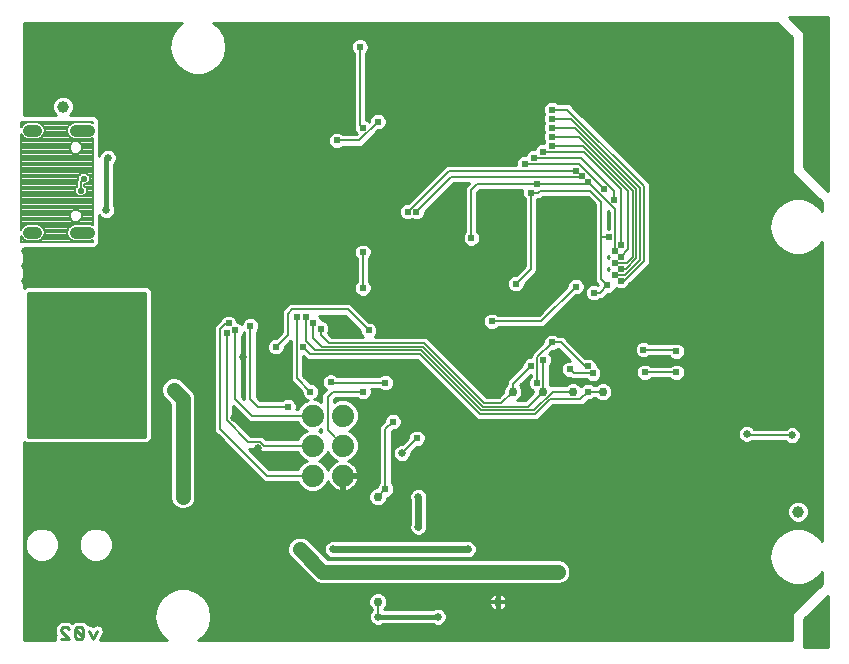
<source format=gbl>
G75*
%MOIN*%
%OFA0B0*%
%FSLAX25Y25*%
%IPPOS*%
%LPD*%
%AMOC8*
5,1,8,0,0,1.08239X$1,22.5*
%
%ADD10C,0.01000*%
%ADD11C,0.03937*%
%ADD12C,0.03937*%
%ADD13C,0.03000*%
%ADD14C,0.07400*%
%ADD15C,0.02378*%
%ADD16C,0.00800*%
%ADD17C,0.02500*%
%ADD18C,0.02400*%
%ADD19C,0.01500*%
%ADD20C,0.05000*%
%ADD21C,0.02200*%
%ADD22C,0.00600*%
D10*
X0081496Y0095622D02*
X0081496Y0161811D01*
X0081985Y0161322D01*
X0122808Y0161322D01*
X0124096Y0162611D01*
X0124096Y0212434D01*
X0122808Y0213722D01*
X0081985Y0213722D01*
X0081496Y0213234D01*
X0081496Y0226422D01*
X0105266Y0226422D01*
X0106496Y0227652D01*
X0106496Y0229392D01*
X0106496Y0237250D01*
X0107225Y0236521D01*
X0108310Y0236072D01*
X0109483Y0236072D01*
X0110567Y0236521D01*
X0111397Y0237351D01*
X0111846Y0238436D01*
X0111846Y0239609D01*
X0111397Y0240693D01*
X0111346Y0240744D01*
X0111346Y0254300D01*
X0111897Y0254851D01*
X0112346Y0255936D01*
X0112346Y0257109D01*
X0111897Y0258193D01*
X0111067Y0259023D01*
X0109983Y0259472D01*
X0108810Y0259472D01*
X0107725Y0259023D01*
X0106895Y0258193D01*
X0106496Y0257230D01*
X0106496Y0269392D01*
X0105266Y0270622D01*
X0096684Y0270622D01*
X0097506Y0271444D01*
X0098065Y0272793D01*
X0098065Y0274252D01*
X0097506Y0275600D01*
X0096474Y0276632D01*
X0095126Y0277191D01*
X0093667Y0277191D01*
X0092318Y0276632D01*
X0091286Y0275600D01*
X0090728Y0274252D01*
X0090728Y0272793D01*
X0091286Y0271444D01*
X0092108Y0270622D01*
X0081496Y0270622D01*
X0081496Y0301422D01*
X0134187Y0301422D01*
X0132084Y0299658D01*
X0130427Y0296787D01*
X0130427Y0296787D01*
X0129851Y0293522D01*
X0130427Y0290258D01*
X0130427Y0290258D01*
X0132084Y0287387D01*
X0132084Y0287387D01*
X0134624Y0285256D01*
X0137739Y0284122D01*
X0141054Y0284122D01*
X0144169Y0285256D01*
X0146708Y0287387D01*
X0148366Y0290258D01*
X0148941Y0293522D01*
X0148941Y0293522D01*
X0148366Y0296787D01*
X0146708Y0299658D01*
X0144605Y0301422D01*
X0332526Y0301422D01*
X0337296Y0296652D01*
X0337296Y0251652D01*
X0338526Y0250422D01*
X0338526Y0250422D01*
X0347296Y0241652D01*
X0347296Y0238639D01*
X0346708Y0239658D01*
X0344169Y0241789D01*
X0341054Y0242922D01*
X0337739Y0242922D01*
X0334624Y0241789D01*
X0334624Y0241789D01*
X0332084Y0239658D01*
X0330427Y0236787D01*
X0330427Y0236787D01*
X0329851Y0233522D01*
X0330427Y0230258D01*
X0330427Y0230258D01*
X0332084Y0227387D01*
X0332084Y0227387D01*
X0334624Y0225256D01*
X0337739Y0224122D01*
X0341054Y0224122D01*
X0344169Y0225256D01*
X0346708Y0227387D01*
X0347296Y0228406D01*
X0347296Y0128639D01*
X0346708Y0129658D01*
X0344169Y0131789D01*
X0341054Y0132922D01*
X0337739Y0132922D01*
X0334624Y0131789D01*
X0334624Y0131789D01*
X0332084Y0129658D01*
X0330427Y0126787D01*
X0330427Y0126787D01*
X0329851Y0123522D01*
X0330427Y0120258D01*
X0330427Y0120258D01*
X0332084Y0117387D01*
X0332084Y0117387D01*
X0334624Y0115256D01*
X0337739Y0114122D01*
X0341054Y0114122D01*
X0344169Y0115256D01*
X0346708Y0117387D01*
X0347296Y0118406D01*
X0347296Y0114392D01*
X0338526Y0105622D01*
X0337296Y0104392D01*
X0337296Y0095622D01*
X0139605Y0095622D01*
X0141708Y0097387D01*
X0143366Y0100258D01*
X0143941Y0103522D01*
X0143941Y0103522D01*
X0143366Y0106787D01*
X0141708Y0109658D01*
X0139169Y0111789D01*
X0136054Y0112922D01*
X0132739Y0112922D01*
X0129624Y0111789D01*
X0129624Y0111789D01*
X0127084Y0109658D01*
X0125427Y0106787D01*
X0125427Y0106787D01*
X0124851Y0103522D01*
X0125427Y0100258D01*
X0125427Y0100258D01*
X0127084Y0097387D01*
X0127084Y0097387D01*
X0129187Y0095622D01*
X0106633Y0095622D01*
X0108083Y0098522D01*
X0107506Y0100251D01*
X0105876Y0101067D01*
X0104373Y0100565D01*
X0102870Y0101067D01*
X0102628Y0100946D01*
X0101347Y0102226D01*
X0098190Y0102226D01*
X0097523Y0101558D01*
X0097467Y0101502D01*
X0096744Y0102226D01*
X0093587Y0102226D01*
X0092298Y0100937D01*
X0091631Y0100270D01*
X0091631Y0097780D01*
X0092054Y0097357D01*
X0091631Y0096934D01*
X0091631Y0095622D01*
X0081496Y0095622D01*
X0081496Y0096518D02*
X0091631Y0096518D01*
X0091894Y0097516D02*
X0081496Y0097516D01*
X0081496Y0098515D02*
X0091631Y0098515D01*
X0091631Y0099513D02*
X0081496Y0099513D01*
X0081496Y0100512D02*
X0091873Y0100512D01*
X0092871Y0101510D02*
X0081496Y0101510D01*
X0081496Y0102509D02*
X0125030Y0102509D01*
X0124854Y0103507D02*
X0081496Y0103507D01*
X0081496Y0104506D02*
X0125025Y0104506D01*
X0124851Y0103522D02*
X0124851Y0103522D01*
X0125201Y0105504D02*
X0081496Y0105504D01*
X0081496Y0106503D02*
X0125377Y0106503D01*
X0125840Y0107501D02*
X0081496Y0107501D01*
X0081496Y0108500D02*
X0126416Y0108500D01*
X0126992Y0109498D02*
X0081496Y0109498D01*
X0081496Y0110497D02*
X0128085Y0110497D01*
X0127084Y0109658D02*
X0127084Y0109658D01*
X0127084Y0109658D01*
X0129275Y0111496D02*
X0081496Y0111496D01*
X0081496Y0112494D02*
X0131562Y0112494D01*
X0137230Y0112494D02*
X0345398Y0112494D01*
X0344400Y0111496D02*
X0239826Y0111496D01*
X0239692Y0111522D02*
X0239646Y0111522D01*
X0239646Y0108772D01*
X0239146Y0108772D01*
X0239146Y0108272D01*
X0236396Y0108272D01*
X0236396Y0108227D01*
X0236512Y0107647D01*
X0236738Y0107101D01*
X0237066Y0106610D01*
X0237484Y0106192D01*
X0237975Y0105864D01*
X0238521Y0105638D01*
X0239101Y0105522D01*
X0239146Y0105522D01*
X0239146Y0108272D01*
X0239646Y0108272D01*
X0239646Y0105522D01*
X0239692Y0105522D01*
X0240271Y0105638D01*
X0240817Y0105864D01*
X0241309Y0106192D01*
X0241727Y0106610D01*
X0242055Y0107101D01*
X0242281Y0107647D01*
X0242396Y0108227D01*
X0242396Y0108272D01*
X0239646Y0108272D01*
X0239646Y0108772D01*
X0242396Y0108772D01*
X0242396Y0108818D01*
X0242281Y0109397D01*
X0242055Y0109943D01*
X0241727Y0110435D01*
X0241309Y0110853D01*
X0240817Y0111181D01*
X0240271Y0111407D01*
X0239692Y0111522D01*
X0239646Y0111496D02*
X0239146Y0111496D01*
X0239146Y0111522D02*
X0239101Y0111522D01*
X0238521Y0111407D01*
X0237975Y0111181D01*
X0237484Y0110853D01*
X0237066Y0110435D01*
X0236738Y0109943D01*
X0236512Y0109397D01*
X0236396Y0108818D01*
X0236396Y0108772D01*
X0239146Y0108772D01*
X0239146Y0111522D01*
X0238966Y0111496D02*
X0200580Y0111496D01*
X0200033Y0111722D02*
X0198760Y0111722D01*
X0197584Y0111235D01*
X0196683Y0110335D01*
X0196196Y0109159D01*
X0196196Y0107886D01*
X0196683Y0106710D01*
X0197296Y0106097D01*
X0197296Y0105594D01*
X0196895Y0105193D01*
X0196446Y0104109D01*
X0196446Y0102936D01*
X0196895Y0101851D01*
X0197725Y0101021D01*
X0198810Y0100572D01*
X0199983Y0100572D01*
X0201067Y0101021D01*
X0201118Y0101072D01*
X0217674Y0101072D01*
X0217725Y0101021D01*
X0218810Y0100572D01*
X0219983Y0100572D01*
X0221067Y0101021D01*
X0221897Y0101851D01*
X0222346Y0102936D01*
X0222346Y0104109D01*
X0221897Y0105193D01*
X0221067Y0106023D01*
X0219983Y0106472D01*
X0218810Y0106472D01*
X0217725Y0106023D01*
X0217674Y0105972D01*
X0201496Y0105972D01*
X0201496Y0106097D01*
X0202109Y0106710D01*
X0202596Y0107886D01*
X0202596Y0109159D01*
X0202109Y0110335D01*
X0201209Y0111235D01*
X0200033Y0111722D01*
X0198212Y0111496D02*
X0139518Y0111496D01*
X0139169Y0111789D02*
X0139169Y0111789D01*
X0140708Y0110497D02*
X0196846Y0110497D01*
X0196337Y0109498D02*
X0141800Y0109498D01*
X0141708Y0109658D02*
X0141708Y0109658D01*
X0142377Y0108500D02*
X0196196Y0108500D01*
X0196355Y0107501D02*
X0142953Y0107501D01*
X0143366Y0106787D02*
X0143366Y0106787D01*
X0143416Y0106503D02*
X0196890Y0106503D01*
X0197207Y0105504D02*
X0143592Y0105504D01*
X0143768Y0104506D02*
X0196611Y0104506D01*
X0196446Y0103507D02*
X0143939Y0103507D01*
X0143763Y0102509D02*
X0196623Y0102509D01*
X0197236Y0101510D02*
X0143587Y0101510D01*
X0143410Y0100512D02*
X0337296Y0100512D01*
X0337296Y0101510D02*
X0221556Y0101510D01*
X0222170Y0102509D02*
X0337296Y0102509D01*
X0337296Y0103507D02*
X0222346Y0103507D01*
X0222182Y0104506D02*
X0337410Y0104506D01*
X0338409Y0105504D02*
X0221586Y0105504D01*
X0236572Y0107501D02*
X0202437Y0107501D01*
X0202596Y0108500D02*
X0239146Y0108500D01*
X0239646Y0108500D02*
X0341404Y0108500D01*
X0340406Y0107501D02*
X0242221Y0107501D01*
X0241620Y0106503D02*
X0339407Y0106503D01*
X0342351Y0103507D02*
X0349396Y0103507D01*
X0349396Y0102509D02*
X0341496Y0102509D01*
X0341496Y0102652D02*
X0349396Y0110552D01*
X0349396Y0093522D01*
X0341496Y0093522D01*
X0341496Y0102652D01*
X0341496Y0101510D02*
X0349396Y0101510D01*
X0349396Y0100512D02*
X0341496Y0100512D01*
X0341496Y0099513D02*
X0349396Y0099513D01*
X0349396Y0098515D02*
X0341496Y0098515D01*
X0341496Y0097516D02*
X0349396Y0097516D01*
X0349396Y0096518D02*
X0341496Y0096518D01*
X0341496Y0095519D02*
X0349396Y0095519D01*
X0349396Y0094521D02*
X0341496Y0094521D01*
X0341496Y0093522D02*
X0349396Y0093522D01*
X0349396Y0104506D02*
X0343350Y0104506D01*
X0344348Y0105504D02*
X0349396Y0105504D01*
X0349396Y0106503D02*
X0345347Y0106503D01*
X0346345Y0107501D02*
X0349396Y0107501D01*
X0349396Y0108500D02*
X0347344Y0108500D01*
X0348342Y0109498D02*
X0349396Y0109498D01*
X0349396Y0110497D02*
X0349341Y0110497D01*
X0346397Y0113493D02*
X0081496Y0113493D01*
X0081496Y0114491D02*
X0179654Y0114491D01*
X0180061Y0114322D02*
X0260232Y0114322D01*
X0261775Y0114962D01*
X0262957Y0116143D01*
X0263596Y0117687D01*
X0263596Y0119358D01*
X0262957Y0120901D01*
X0261775Y0122083D01*
X0260232Y0122722D01*
X0182636Y0122722D01*
X0175775Y0129583D01*
X0174232Y0130222D01*
X0172561Y0130222D01*
X0171017Y0129583D01*
X0169836Y0128401D01*
X0169196Y0126858D01*
X0169196Y0125187D01*
X0169836Y0123643D01*
X0177336Y0116143D01*
X0178517Y0114962D01*
X0180061Y0114322D01*
X0177989Y0115490D02*
X0081496Y0115490D01*
X0081496Y0116488D02*
X0176991Y0116488D01*
X0175992Y0117487D02*
X0081496Y0117487D01*
X0081496Y0118485D02*
X0174994Y0118485D01*
X0173995Y0119484D02*
X0081496Y0119484D01*
X0081496Y0120482D02*
X0172997Y0120482D01*
X0171998Y0121481D02*
X0081496Y0121481D01*
X0081496Y0122479D02*
X0084677Y0122479D01*
X0084168Y0122690D02*
X0086263Y0121822D01*
X0088530Y0121822D01*
X0090625Y0122690D01*
X0092229Y0124294D01*
X0093096Y0126388D01*
X0093096Y0128656D01*
X0092229Y0130751D01*
X0090625Y0132355D01*
X0088530Y0133222D01*
X0086263Y0133222D01*
X0084168Y0132355D01*
X0082564Y0130751D01*
X0081696Y0128656D01*
X0081696Y0126388D01*
X0082564Y0124294D01*
X0084168Y0122690D01*
X0083380Y0123478D02*
X0081496Y0123478D01*
X0081496Y0124476D02*
X0082488Y0124476D01*
X0082075Y0125475D02*
X0081496Y0125475D01*
X0081496Y0126473D02*
X0081696Y0126473D01*
X0081696Y0127472D02*
X0081496Y0127472D01*
X0081496Y0128470D02*
X0081696Y0128470D01*
X0081496Y0129469D02*
X0082033Y0129469D01*
X0082447Y0130467D02*
X0081496Y0130467D01*
X0081496Y0131466D02*
X0083279Y0131466D01*
X0084432Y0132464D02*
X0081496Y0132464D01*
X0081496Y0133463D02*
X0209946Y0133463D01*
X0209946Y0132936D02*
X0209946Y0134109D01*
X0209996Y0134230D01*
X0209996Y0142815D01*
X0209946Y0142936D01*
X0209946Y0144109D01*
X0210395Y0145193D01*
X0211225Y0146023D01*
X0212310Y0146472D01*
X0213483Y0146472D01*
X0214567Y0146023D01*
X0215397Y0145193D01*
X0215846Y0144109D01*
X0215846Y0142936D01*
X0215796Y0142815D01*
X0215796Y0134230D01*
X0215846Y0134109D01*
X0215846Y0132936D01*
X0215397Y0131851D01*
X0214567Y0131021D01*
X0213483Y0130572D01*
X0212310Y0130572D01*
X0211225Y0131021D01*
X0210395Y0131851D01*
X0209946Y0132936D01*
X0210142Y0132464D02*
X0108360Y0132464D01*
X0108625Y0132355D02*
X0106530Y0133222D01*
X0104263Y0133222D01*
X0102168Y0132355D01*
X0100564Y0130751D01*
X0099696Y0128656D01*
X0099696Y0126388D01*
X0100564Y0124294D01*
X0102168Y0122690D01*
X0104263Y0121822D01*
X0106530Y0121822D01*
X0108625Y0122690D01*
X0110229Y0124294D01*
X0111096Y0126388D01*
X0111096Y0128656D01*
X0110229Y0130751D01*
X0108625Y0132355D01*
X0109514Y0131466D02*
X0210781Y0131466D01*
X0209996Y0134461D02*
X0081496Y0134461D01*
X0081496Y0135460D02*
X0209996Y0135460D01*
X0209996Y0136458D02*
X0081496Y0136458D01*
X0081496Y0137457D02*
X0209996Y0137457D01*
X0209996Y0138455D02*
X0081496Y0138455D01*
X0081496Y0139454D02*
X0133243Y0139454D01*
X0133561Y0139322D02*
X0135232Y0139322D01*
X0136775Y0139962D01*
X0137957Y0141143D01*
X0138596Y0142687D01*
X0138596Y0176921D01*
X0137957Y0178464D01*
X0136775Y0179646D01*
X0133775Y0182646D01*
X0132232Y0183285D01*
X0130561Y0183285D01*
X0129017Y0182646D01*
X0127836Y0181464D01*
X0127196Y0179921D01*
X0127196Y0178250D01*
X0127836Y0176706D01*
X0130196Y0174346D01*
X0130196Y0142687D01*
X0130836Y0141143D01*
X0132017Y0139962D01*
X0133561Y0139322D01*
X0135549Y0139454D02*
X0209996Y0139454D01*
X0209996Y0140452D02*
X0200347Y0140452D01*
X0200033Y0140322D02*
X0201209Y0140809D01*
X0202109Y0141710D01*
X0202596Y0142886D01*
X0202596Y0143185D01*
X0203533Y0143573D01*
X0204345Y0144386D01*
X0204785Y0145448D01*
X0204785Y0146597D01*
X0204345Y0147659D01*
X0203996Y0148008D01*
X0203996Y0165152D01*
X0204477Y0165633D01*
X0204971Y0165633D01*
X0206033Y0166073D01*
X0206845Y0166886D01*
X0207285Y0167948D01*
X0207285Y0169097D01*
X0206845Y0170159D01*
X0206033Y0170971D01*
X0204971Y0171411D01*
X0203822Y0171411D01*
X0202760Y0170971D01*
X0201947Y0170159D01*
X0201507Y0169097D01*
X0201507Y0168603D01*
X0199796Y0166892D01*
X0199796Y0148008D01*
X0199447Y0147659D01*
X0199059Y0146722D01*
X0198760Y0146722D01*
X0197584Y0146235D01*
X0196683Y0145335D01*
X0196196Y0144159D01*
X0196196Y0142886D01*
X0196683Y0141710D01*
X0197584Y0140809D01*
X0198760Y0140322D01*
X0200033Y0140322D01*
X0198446Y0140452D02*
X0137266Y0140452D01*
X0138084Y0141451D02*
X0196942Y0141451D01*
X0196377Y0142449D02*
X0138498Y0142449D01*
X0138596Y0143448D02*
X0196196Y0143448D01*
X0196315Y0144446D02*
X0138596Y0144446D01*
X0138596Y0145445D02*
X0175925Y0145445D01*
X0176590Y0145170D02*
X0178738Y0145170D01*
X0180723Y0145992D01*
X0182242Y0147511D01*
X0182773Y0148794D01*
X0182845Y0148573D01*
X0183217Y0147844D01*
X0183698Y0147182D01*
X0184276Y0146603D01*
X0184939Y0146122D01*
X0185668Y0145751D01*
X0186446Y0145498D01*
X0187164Y0145384D01*
X0187164Y0150069D01*
X0188164Y0150069D01*
X0188164Y0145384D01*
X0188882Y0145498D01*
X0189660Y0145751D01*
X0190389Y0146122D01*
X0191052Y0146603D01*
X0191630Y0147182D01*
X0192111Y0147844D01*
X0192483Y0148573D01*
X0192736Y0149352D01*
X0192850Y0150070D01*
X0188164Y0150070D01*
X0188164Y0151070D01*
X0192850Y0151070D01*
X0192736Y0151787D01*
X0192483Y0152566D01*
X0192111Y0153295D01*
X0191630Y0153957D01*
X0191052Y0154536D01*
X0190389Y0155017D01*
X0189660Y0155389D01*
X0189440Y0155460D01*
X0190723Y0155992D01*
X0192242Y0157511D01*
X0193064Y0159495D01*
X0193064Y0161644D01*
X0192242Y0163628D01*
X0190723Y0165147D01*
X0189704Y0165570D01*
X0190723Y0165992D01*
X0192242Y0167511D01*
X0193064Y0169495D01*
X0193064Y0171644D01*
X0192242Y0173628D01*
X0190723Y0175147D01*
X0188738Y0175970D01*
X0186590Y0175970D01*
X0184746Y0175206D01*
X0184746Y0175902D01*
X0185266Y0176422D01*
X0192411Y0176422D01*
X0192760Y0176073D01*
X0193822Y0175633D01*
X0194971Y0175633D01*
X0196033Y0176073D01*
X0196845Y0176886D01*
X0197285Y0177948D01*
X0197285Y0179097D01*
X0197151Y0179422D01*
X0199911Y0179422D01*
X0200260Y0179073D01*
X0201322Y0178633D01*
X0202471Y0178633D01*
X0203533Y0179073D01*
X0204345Y0179886D01*
X0204785Y0180948D01*
X0204785Y0182097D01*
X0204345Y0183159D01*
X0203533Y0183971D01*
X0202471Y0184411D01*
X0201322Y0184411D01*
X0200260Y0183971D01*
X0199911Y0183622D01*
X0185882Y0183622D01*
X0185296Y0184209D01*
X0184234Y0184648D01*
X0183085Y0184648D01*
X0182023Y0184209D01*
X0181210Y0183396D01*
X0180770Y0182334D01*
X0180770Y0181185D01*
X0181210Y0180123D01*
X0182023Y0179310D01*
X0182158Y0179254D01*
X0181776Y0178872D01*
X0180546Y0177642D01*
X0180546Y0175221D01*
X0178738Y0175970D01*
X0178283Y0175970D01*
X0178533Y0176073D01*
X0179345Y0176886D01*
X0179785Y0177948D01*
X0179785Y0179097D01*
X0179345Y0180159D01*
X0178533Y0180971D01*
X0177471Y0181411D01*
X0176977Y0181411D01*
X0174496Y0183892D01*
X0174496Y0190452D01*
X0175926Y0189022D01*
X0212532Y0189022D01*
X0232532Y0169022D01*
X0252816Y0169022D01*
X0254046Y0170252D01*
X0257716Y0173922D01*
X0267766Y0173922D01*
X0268996Y0175152D01*
X0269477Y0175633D01*
X0269971Y0175633D01*
X0271033Y0176073D01*
X0271382Y0176422D01*
X0271971Y0176422D01*
X0272584Y0175809D01*
X0273760Y0175322D01*
X0275033Y0175322D01*
X0276209Y0175809D01*
X0277109Y0176710D01*
X0277596Y0177886D01*
X0277596Y0179159D01*
X0277109Y0180335D01*
X0276209Y0181235D01*
X0275033Y0181722D01*
X0273760Y0181722D01*
X0272584Y0181235D01*
X0271971Y0180622D01*
X0271382Y0180622D01*
X0271033Y0180971D01*
X0269971Y0181411D01*
X0268822Y0181411D01*
X0267760Y0180971D01*
X0267113Y0180325D01*
X0267109Y0180335D01*
X0266209Y0181235D01*
X0265033Y0181722D01*
X0263760Y0181722D01*
X0262584Y0181235D01*
X0261971Y0180622D01*
X0256822Y0180622D01*
X0256653Y0180791D01*
X0256653Y0187193D01*
X0257002Y0187542D01*
X0257442Y0188604D01*
X0257442Y0189753D01*
X0257002Y0190815D01*
X0256606Y0191211D01*
X0257529Y0192133D01*
X0258023Y0192133D01*
X0259085Y0192573D01*
X0259382Y0192870D01*
X0259578Y0192870D01*
X0263538Y0188911D01*
X0262822Y0188911D01*
X0261760Y0188471D01*
X0260947Y0187659D01*
X0260507Y0186597D01*
X0260507Y0185448D01*
X0260947Y0184386D01*
X0261760Y0183573D01*
X0262822Y0183133D01*
X0263315Y0183133D01*
X0263870Y0182579D01*
X0269067Y0182579D01*
X0269416Y0182230D01*
X0270478Y0181790D01*
X0271627Y0181790D01*
X0272689Y0182230D01*
X0273502Y0183042D01*
X0273942Y0184104D01*
X0273942Y0185253D01*
X0273502Y0186315D01*
X0272689Y0187128D01*
X0272285Y0187295D01*
X0272285Y0187597D01*
X0271845Y0188659D01*
X0271033Y0189471D01*
X0269971Y0189911D01*
X0268822Y0189911D01*
X0268578Y0189810D01*
X0262548Y0195840D01*
X0261318Y0197070D01*
X0259486Y0197070D01*
X0259085Y0197471D01*
X0258023Y0197911D01*
X0256874Y0197911D01*
X0255812Y0197471D01*
X0254999Y0196659D01*
X0254559Y0195597D01*
X0254559Y0195103D01*
X0250296Y0190840D01*
X0250296Y0190073D01*
X0249833Y0190073D01*
X0248771Y0189633D01*
X0247958Y0188820D01*
X0247518Y0187758D01*
X0247518Y0187265D01*
X0243526Y0183273D01*
X0242296Y0182043D01*
X0242296Y0180948D01*
X0241683Y0180335D01*
X0241196Y0179159D01*
X0241196Y0178292D01*
X0239726Y0176822D01*
X0235763Y0176822D01*
X0215763Y0196822D01*
X0198322Y0196822D01*
X0198834Y0197335D01*
X0199274Y0198396D01*
X0199274Y0199546D01*
X0198834Y0200607D01*
X0198022Y0201420D01*
X0196960Y0201860D01*
X0196466Y0201860D01*
X0190255Y0208071D01*
X0169975Y0208071D01*
X0168526Y0206622D01*
X0167296Y0205392D01*
X0167296Y0198392D01*
X0165315Y0196411D01*
X0164822Y0196411D01*
X0163760Y0195971D01*
X0162947Y0195159D01*
X0162507Y0194097D01*
X0162507Y0192948D01*
X0162947Y0191886D01*
X0163760Y0191073D01*
X0164822Y0190633D01*
X0165971Y0190633D01*
X0167033Y0191073D01*
X0167845Y0191886D01*
X0168285Y0192948D01*
X0168285Y0193441D01*
X0170266Y0195422D01*
X0170296Y0195452D01*
X0170296Y0182152D01*
X0174007Y0178441D01*
X0174007Y0177948D01*
X0174447Y0176886D01*
X0175260Y0176073D01*
X0176050Y0175746D01*
X0174605Y0175147D01*
X0173086Y0173628D01*
X0172689Y0172670D01*
X0172170Y0172670D01*
X0172285Y0172948D01*
X0172285Y0174097D01*
X0171845Y0175159D01*
X0171033Y0175971D01*
X0169971Y0176411D01*
X0168822Y0176411D01*
X0167760Y0175971D01*
X0167411Y0175622D01*
X0160266Y0175622D01*
X0158996Y0176892D01*
X0158996Y0198537D01*
X0159345Y0198886D01*
X0159785Y0199948D01*
X0159785Y0201097D01*
X0159345Y0202159D01*
X0158533Y0202971D01*
X0157471Y0203411D01*
X0156322Y0203411D01*
X0155260Y0202971D01*
X0154447Y0202159D01*
X0154007Y0201097D01*
X0154007Y0200997D01*
X0153533Y0201471D01*
X0152591Y0201861D01*
X0152591Y0201903D01*
X0152152Y0202965D01*
X0151339Y0203777D01*
X0150277Y0204217D01*
X0149128Y0204217D01*
X0148066Y0203777D01*
X0147253Y0202965D01*
X0147171Y0202767D01*
X0146026Y0201622D01*
X0144796Y0200392D01*
X0144796Y0165152D01*
X0146026Y0163922D01*
X0161479Y0148470D01*
X0172689Y0148470D01*
X0173086Y0147511D01*
X0174605Y0145992D01*
X0176590Y0145170D01*
X0174153Y0146443D02*
X0138596Y0146443D01*
X0138596Y0147442D02*
X0173155Y0147442D01*
X0172701Y0148440D02*
X0138596Y0148440D01*
X0138596Y0149439D02*
X0160510Y0149439D01*
X0159511Y0150437D02*
X0138596Y0150437D01*
X0138596Y0151436D02*
X0158513Y0151436D01*
X0157514Y0152434D02*
X0138596Y0152434D01*
X0138596Y0153433D02*
X0156516Y0153433D01*
X0155517Y0154431D02*
X0138596Y0154431D01*
X0138596Y0155430D02*
X0154519Y0155430D01*
X0153520Y0156429D02*
X0138596Y0156429D01*
X0138596Y0157427D02*
X0152522Y0157427D01*
X0151523Y0158426D02*
X0138596Y0158426D01*
X0138596Y0159424D02*
X0150525Y0159424D01*
X0149526Y0160423D02*
X0138596Y0160423D01*
X0138596Y0161421D02*
X0148528Y0161421D01*
X0147529Y0162420D02*
X0138596Y0162420D01*
X0138596Y0163418D02*
X0146531Y0163418D01*
X0145532Y0164417D02*
X0138596Y0164417D01*
X0138596Y0165415D02*
X0144796Y0165415D01*
X0144796Y0166414D02*
X0138596Y0166414D01*
X0138596Y0167412D02*
X0144796Y0167412D01*
X0144796Y0168411D02*
X0138596Y0168411D01*
X0138596Y0169409D02*
X0144796Y0169409D01*
X0144796Y0170408D02*
X0138596Y0170408D01*
X0138596Y0171406D02*
X0144796Y0171406D01*
X0144796Y0172405D02*
X0138596Y0172405D01*
X0138596Y0173403D02*
X0144796Y0173403D01*
X0144796Y0174402D02*
X0138596Y0174402D01*
X0138596Y0175400D02*
X0144796Y0175400D01*
X0144796Y0176399D02*
X0138596Y0176399D01*
X0138399Y0177397D02*
X0144796Y0177397D01*
X0144796Y0178396D02*
X0137985Y0178396D01*
X0137027Y0179394D02*
X0144796Y0179394D01*
X0144796Y0180393D02*
X0136029Y0180393D01*
X0136775Y0179646D02*
X0136775Y0179646D01*
X0135030Y0181391D02*
X0144796Y0181391D01*
X0144796Y0182390D02*
X0134031Y0182390D01*
X0128761Y0182390D02*
X0124096Y0182390D01*
X0124096Y0183388D02*
X0144796Y0183388D01*
X0144796Y0184387D02*
X0124096Y0184387D01*
X0124096Y0185385D02*
X0144796Y0185385D01*
X0144796Y0186384D02*
X0124096Y0186384D01*
X0124096Y0187382D02*
X0144796Y0187382D01*
X0144796Y0188381D02*
X0124096Y0188381D01*
X0124096Y0189379D02*
X0144796Y0189379D01*
X0144796Y0190378D02*
X0124096Y0190378D01*
X0124096Y0191376D02*
X0144796Y0191376D01*
X0144796Y0192375D02*
X0124096Y0192375D01*
X0124096Y0193373D02*
X0144796Y0193373D01*
X0144796Y0194372D02*
X0124096Y0194372D01*
X0124096Y0195370D02*
X0144796Y0195370D01*
X0144796Y0196369D02*
X0124096Y0196369D01*
X0124096Y0197367D02*
X0144796Y0197367D01*
X0144796Y0198366D02*
X0124096Y0198366D01*
X0124096Y0199365D02*
X0144796Y0199365D01*
X0144796Y0200363D02*
X0124096Y0200363D01*
X0124096Y0201362D02*
X0145766Y0201362D01*
X0146764Y0202360D02*
X0124096Y0202360D01*
X0124096Y0203359D02*
X0147647Y0203359D01*
X0151758Y0203359D02*
X0156194Y0203359D01*
X0157598Y0203359D02*
X0167296Y0203359D01*
X0167296Y0204357D02*
X0124096Y0204357D01*
X0124096Y0205356D02*
X0167296Y0205356D01*
X0168258Y0206354D02*
X0124096Y0206354D01*
X0124096Y0207353D02*
X0169257Y0207353D01*
X0167296Y0202360D02*
X0159144Y0202360D01*
X0159676Y0201362D02*
X0167296Y0201362D01*
X0167296Y0200363D02*
X0159785Y0200363D01*
X0159544Y0199365D02*
X0167296Y0199365D01*
X0167270Y0198366D02*
X0158996Y0198366D01*
X0158996Y0197367D02*
X0166272Y0197367D01*
X0164720Y0196369D02*
X0158996Y0196369D01*
X0158996Y0195370D02*
X0163159Y0195370D01*
X0162621Y0194372D02*
X0158996Y0194372D01*
X0158996Y0193373D02*
X0162507Y0193373D01*
X0162745Y0192375D02*
X0158996Y0192375D01*
X0158996Y0191376D02*
X0163457Y0191376D01*
X0167336Y0191376D02*
X0170296Y0191376D01*
X0170296Y0190378D02*
X0158996Y0190378D01*
X0158996Y0189379D02*
X0170296Y0189379D01*
X0170296Y0188381D02*
X0158996Y0188381D01*
X0158996Y0187382D02*
X0170296Y0187382D01*
X0170296Y0186384D02*
X0158996Y0186384D01*
X0158996Y0185385D02*
X0170296Y0185385D01*
X0170296Y0184387D02*
X0158996Y0184387D01*
X0158996Y0183388D02*
X0170296Y0183388D01*
X0170296Y0182390D02*
X0158996Y0182390D01*
X0158996Y0181391D02*
X0171057Y0181391D01*
X0172056Y0180393D02*
X0158996Y0180393D01*
X0158996Y0179394D02*
X0173054Y0179394D01*
X0174007Y0178396D02*
X0158996Y0178396D01*
X0158996Y0177397D02*
X0174235Y0177397D01*
X0174934Y0176399D02*
X0170001Y0176399D01*
X0168791Y0176399D02*
X0159490Y0176399D01*
X0154796Y0176399D02*
X0154490Y0176399D01*
X0154796Y0176092D02*
X0153996Y0176892D01*
X0153996Y0197037D01*
X0154345Y0197386D01*
X0154785Y0198448D01*
X0154785Y0198548D01*
X0154796Y0198537D01*
X0154796Y0176092D01*
X0154796Y0177397D02*
X0153996Y0177397D01*
X0153996Y0178396D02*
X0154796Y0178396D01*
X0154796Y0179394D02*
X0153996Y0179394D01*
X0153996Y0180393D02*
X0154796Y0180393D01*
X0154796Y0181391D02*
X0153996Y0181391D01*
X0153996Y0182390D02*
X0154796Y0182390D01*
X0154796Y0183388D02*
X0153996Y0183388D01*
X0153996Y0184387D02*
X0154796Y0184387D01*
X0154796Y0185385D02*
X0153996Y0185385D01*
X0153996Y0186384D02*
X0154796Y0186384D01*
X0154796Y0187382D02*
X0153996Y0187382D01*
X0153996Y0188381D02*
X0154796Y0188381D01*
X0154796Y0189379D02*
X0153996Y0189379D01*
X0153996Y0190378D02*
X0154796Y0190378D01*
X0154796Y0191376D02*
X0153996Y0191376D01*
X0153996Y0192375D02*
X0154796Y0192375D01*
X0154796Y0193373D02*
X0153996Y0193373D01*
X0153996Y0194372D02*
X0154796Y0194372D01*
X0154796Y0195370D02*
X0153996Y0195370D01*
X0153996Y0196369D02*
X0154796Y0196369D01*
X0154796Y0197367D02*
X0154327Y0197367D01*
X0154751Y0198366D02*
X0154796Y0198366D01*
X0154117Y0201362D02*
X0153643Y0201362D01*
X0154648Y0202360D02*
X0152402Y0202360D01*
X0168285Y0193373D02*
X0170296Y0193373D01*
X0170296Y0192375D02*
X0168048Y0192375D01*
X0169216Y0194372D02*
X0170296Y0194372D01*
X0170296Y0195370D02*
X0170214Y0195370D01*
X0174496Y0190378D02*
X0174571Y0190378D01*
X0174496Y0189379D02*
X0175569Y0189379D01*
X0174496Y0188381D02*
X0213174Y0188381D01*
X0214172Y0187382D02*
X0174496Y0187382D01*
X0174496Y0186384D02*
X0215171Y0186384D01*
X0216169Y0185385D02*
X0174496Y0185385D01*
X0174496Y0184387D02*
X0182453Y0184387D01*
X0181207Y0183388D02*
X0175000Y0183388D01*
X0175999Y0182390D02*
X0180793Y0182390D01*
X0180770Y0181391D02*
X0177519Y0181391D01*
X0179111Y0180393D02*
X0181098Y0180393D01*
X0181939Y0179394D02*
X0179662Y0179394D01*
X0179785Y0178396D02*
X0181300Y0178396D01*
X0180546Y0177397D02*
X0179557Y0177397D01*
X0178858Y0176399D02*
X0180546Y0176399D01*
X0180546Y0175400D02*
X0180113Y0175400D01*
X0184746Y0175400D02*
X0185215Y0175400D01*
X0185243Y0176399D02*
X0192434Y0176399D01*
X0191469Y0174402D02*
X0227153Y0174402D01*
X0226154Y0175400D02*
X0190113Y0175400D01*
X0192335Y0173403D02*
X0228151Y0173403D01*
X0229150Y0172405D02*
X0192749Y0172405D01*
X0193064Y0171406D02*
X0203809Y0171406D01*
X0204983Y0171406D02*
X0230148Y0171406D01*
X0231147Y0170408D02*
X0206597Y0170408D01*
X0207156Y0169409D02*
X0232145Y0169409D01*
X0235188Y0177397D02*
X0240301Y0177397D01*
X0241196Y0178396D02*
X0234190Y0178396D01*
X0233191Y0179394D02*
X0241294Y0179394D01*
X0241741Y0180393D02*
X0232193Y0180393D01*
X0231194Y0181391D02*
X0242296Y0181391D01*
X0242644Y0182390D02*
X0230196Y0182390D01*
X0229197Y0183388D02*
X0243642Y0183388D01*
X0244641Y0184387D02*
X0228199Y0184387D01*
X0227200Y0185385D02*
X0245639Y0185385D01*
X0246638Y0186384D02*
X0226202Y0186384D01*
X0225203Y0187382D02*
X0247518Y0187382D01*
X0247776Y0188381D02*
X0224205Y0188381D01*
X0223206Y0189379D02*
X0248517Y0189379D01*
X0250296Y0190378D02*
X0222208Y0190378D01*
X0221209Y0191376D02*
X0250833Y0191376D01*
X0251831Y0192375D02*
X0220211Y0192375D01*
X0219212Y0193373D02*
X0252830Y0193373D01*
X0253828Y0194372D02*
X0218214Y0194372D01*
X0217215Y0195370D02*
X0254559Y0195370D01*
X0254879Y0196369D02*
X0216217Y0196369D01*
X0217168Y0184387D02*
X0202530Y0184387D01*
X0201263Y0184387D02*
X0184865Y0184387D01*
X0196358Y0176399D02*
X0225156Y0176399D01*
X0224157Y0177397D02*
X0197057Y0177397D01*
X0197285Y0178396D02*
X0223159Y0178396D01*
X0222160Y0179394D02*
X0203854Y0179394D01*
X0204555Y0180393D02*
X0221162Y0180393D01*
X0220163Y0181391D02*
X0204785Y0181391D01*
X0204664Y0182390D02*
X0219165Y0182390D01*
X0218166Y0183388D02*
X0204116Y0183388D01*
X0199939Y0179394D02*
X0197162Y0179394D01*
X0193064Y0170408D02*
X0202196Y0170408D01*
X0201637Y0169409D02*
X0193028Y0169409D01*
X0192615Y0168411D02*
X0201315Y0168411D01*
X0200316Y0167412D02*
X0192143Y0167412D01*
X0191145Y0166414D02*
X0199796Y0166414D01*
X0199796Y0165415D02*
X0190077Y0165415D01*
X0191454Y0164417D02*
X0199796Y0164417D01*
X0199796Y0163418D02*
X0192329Y0163418D01*
X0192743Y0162420D02*
X0199796Y0162420D01*
X0199796Y0161421D02*
X0193064Y0161421D01*
X0193064Y0160423D02*
X0199796Y0160423D01*
X0199796Y0159424D02*
X0193034Y0159424D01*
X0192621Y0158426D02*
X0199796Y0158426D01*
X0199796Y0157427D02*
X0192158Y0157427D01*
X0191160Y0156429D02*
X0199796Y0156429D01*
X0199796Y0155430D02*
X0189533Y0155430D01*
X0191156Y0154431D02*
X0199796Y0154431D01*
X0199796Y0153433D02*
X0192011Y0153433D01*
X0192526Y0152434D02*
X0199796Y0152434D01*
X0199796Y0151436D02*
X0192792Y0151436D01*
X0192750Y0149439D02*
X0199796Y0149439D01*
X0199796Y0150437D02*
X0188164Y0150437D01*
X0188164Y0149439D02*
X0187164Y0149439D01*
X0187164Y0148440D02*
X0188164Y0148440D01*
X0188164Y0147442D02*
X0187164Y0147442D01*
X0187164Y0146443D02*
X0188164Y0146443D01*
X0188164Y0145445D02*
X0187164Y0145445D01*
X0186779Y0145445D02*
X0179403Y0145445D01*
X0181175Y0146443D02*
X0184496Y0146443D01*
X0183509Y0147442D02*
X0182173Y0147442D01*
X0182627Y0148440D02*
X0182913Y0148440D01*
X0182773Y0152345D02*
X0182242Y0153628D01*
X0180723Y0155147D01*
X0179704Y0155570D01*
X0180723Y0155992D01*
X0182242Y0157511D01*
X0182664Y0158530D01*
X0183086Y0157511D01*
X0184605Y0155992D01*
X0185888Y0155460D01*
X0185668Y0155389D01*
X0184939Y0155017D01*
X0184276Y0154536D01*
X0183698Y0153957D01*
X0183217Y0153295D01*
X0182845Y0152566D01*
X0182773Y0152345D01*
X0182802Y0152434D02*
X0182736Y0152434D01*
X0182323Y0153433D02*
X0183317Y0153433D01*
X0184172Y0154431D02*
X0181439Y0154431D01*
X0180041Y0155430D02*
X0185795Y0155430D01*
X0184168Y0156429D02*
X0181160Y0156429D01*
X0182158Y0157427D02*
X0183170Y0157427D01*
X0182707Y0158426D02*
X0182621Y0158426D01*
X0175624Y0155570D02*
X0174605Y0155147D01*
X0173086Y0153628D01*
X0172689Y0152670D01*
X0163219Y0152670D01*
X0156353Y0159535D01*
X0157153Y0159535D01*
X0159376Y0159535D01*
X0160441Y0158470D01*
X0172689Y0158470D01*
X0173086Y0157511D01*
X0174605Y0155992D01*
X0175624Y0155570D01*
X0175287Y0155430D02*
X0160458Y0155430D01*
X0159460Y0156429D02*
X0174168Y0156429D01*
X0173170Y0157427D02*
X0158461Y0157427D01*
X0157463Y0158426D02*
X0172707Y0158426D01*
X0172689Y0162670D02*
X0162181Y0162670D01*
X0161115Y0163735D01*
X0157153Y0163735D01*
X0151052Y0169836D01*
X0151052Y0173896D01*
X0155249Y0169700D01*
X0155249Y0169700D01*
X0156479Y0168470D01*
X0172689Y0168470D01*
X0173086Y0167511D01*
X0174605Y0165992D01*
X0175624Y0165570D01*
X0174605Y0165147D01*
X0173086Y0163628D01*
X0172689Y0162670D01*
X0172999Y0163418D02*
X0161432Y0163418D01*
X0159487Y0159424D02*
X0156464Y0159424D01*
X0156472Y0164417D02*
X0173874Y0164417D01*
X0175251Y0165415D02*
X0155473Y0165415D01*
X0154475Y0166414D02*
X0174183Y0166414D01*
X0173185Y0167412D02*
X0153476Y0167412D01*
X0152478Y0168411D02*
X0172713Y0168411D01*
X0172993Y0173403D02*
X0172285Y0173403D01*
X0172159Y0174402D02*
X0173859Y0174402D01*
X0175215Y0175400D02*
X0171604Y0175400D01*
X0179704Y0165570D02*
X0180546Y0165221D01*
X0180546Y0165919D01*
X0179704Y0165570D01*
X0180077Y0165415D02*
X0180546Y0165415D01*
X0173889Y0154431D02*
X0161457Y0154431D01*
X0162455Y0153433D02*
X0173005Y0153433D01*
X0188549Y0145445D02*
X0196793Y0145445D01*
X0198087Y0146443D02*
X0190832Y0146443D01*
X0191819Y0147442D02*
X0199357Y0147442D01*
X0199796Y0148440D02*
X0192415Y0148440D01*
X0203996Y0148440D02*
X0347296Y0148440D01*
X0347296Y0147442D02*
X0204435Y0147442D01*
X0204785Y0146443D02*
X0212240Y0146443D01*
X0213553Y0146443D02*
X0347296Y0146443D01*
X0347296Y0145445D02*
X0215146Y0145445D01*
X0215707Y0144446D02*
X0347296Y0144446D01*
X0347296Y0143448D02*
X0215846Y0143448D01*
X0215796Y0142449D02*
X0347296Y0142449D01*
X0347296Y0141451D02*
X0341656Y0141451D01*
X0341474Y0141632D02*
X0340126Y0142191D01*
X0338667Y0142191D01*
X0337318Y0141632D01*
X0336286Y0140600D01*
X0335728Y0139252D01*
X0335728Y0137793D01*
X0336286Y0136444D01*
X0337318Y0135412D01*
X0338667Y0134854D01*
X0340126Y0134854D01*
X0341474Y0135412D01*
X0342506Y0136444D01*
X0343065Y0137793D01*
X0343065Y0139252D01*
X0342506Y0140600D01*
X0341474Y0141632D01*
X0342568Y0140452D02*
X0347296Y0140452D01*
X0347296Y0139454D02*
X0342981Y0139454D01*
X0343065Y0138455D02*
X0347296Y0138455D01*
X0347296Y0137457D02*
X0342926Y0137457D01*
X0342512Y0136458D02*
X0347296Y0136458D01*
X0347296Y0135460D02*
X0341522Y0135460D01*
X0342312Y0132464D02*
X0347296Y0132464D01*
X0347296Y0131466D02*
X0344554Y0131466D01*
X0344169Y0131789D02*
X0344169Y0131789D01*
X0345743Y0130467D02*
X0347296Y0130467D01*
X0347296Y0129469D02*
X0346817Y0129469D01*
X0346708Y0129658D02*
X0346708Y0129658D01*
X0347296Y0133463D02*
X0215846Y0133463D01*
X0215796Y0134461D02*
X0347296Y0134461D01*
X0337271Y0135460D02*
X0215796Y0135460D01*
X0215796Y0136458D02*
X0336280Y0136458D01*
X0335867Y0137457D02*
X0215796Y0137457D01*
X0215796Y0138455D02*
X0335728Y0138455D01*
X0335811Y0139454D02*
X0215796Y0139454D01*
X0215796Y0140452D02*
X0336225Y0140452D01*
X0337137Y0141451D02*
X0215796Y0141451D01*
X0209996Y0141451D02*
X0201850Y0141451D01*
X0202416Y0142449D02*
X0209996Y0142449D01*
X0209946Y0143448D02*
X0203230Y0143448D01*
X0204371Y0144446D02*
X0210086Y0144446D01*
X0210647Y0145445D02*
X0204784Y0145445D01*
X0203996Y0149439D02*
X0347296Y0149439D01*
X0347296Y0150437D02*
X0203996Y0150437D01*
X0203996Y0151436D02*
X0347296Y0151436D01*
X0347296Y0152434D02*
X0203996Y0152434D01*
X0203996Y0153433D02*
X0347296Y0153433D01*
X0347296Y0154431D02*
X0203996Y0154431D01*
X0203996Y0155430D02*
X0205946Y0155430D01*
X0205725Y0155521D02*
X0206810Y0155072D01*
X0207983Y0155072D01*
X0209067Y0155521D01*
X0209897Y0156351D01*
X0210346Y0157436D01*
X0210346Y0158002D01*
X0212477Y0160133D01*
X0212971Y0160133D01*
X0214033Y0160573D01*
X0214845Y0161386D01*
X0215285Y0162448D01*
X0215285Y0163597D01*
X0214845Y0164659D01*
X0214033Y0165471D01*
X0212971Y0165911D01*
X0211822Y0165911D01*
X0210760Y0165471D01*
X0209947Y0164659D01*
X0209507Y0163597D01*
X0209507Y0163103D01*
X0207376Y0160972D01*
X0206810Y0160972D01*
X0205725Y0160523D01*
X0204895Y0159693D01*
X0204446Y0158609D01*
X0204446Y0157436D01*
X0204895Y0156351D01*
X0205725Y0155521D01*
X0204863Y0156429D02*
X0203996Y0156429D01*
X0203996Y0157427D02*
X0204450Y0157427D01*
X0204446Y0158426D02*
X0203996Y0158426D01*
X0203996Y0159424D02*
X0204784Y0159424D01*
X0203996Y0160423D02*
X0205625Y0160423D01*
X0203996Y0161421D02*
X0207825Y0161421D01*
X0208824Y0162420D02*
X0203996Y0162420D01*
X0203996Y0163418D02*
X0209507Y0163418D01*
X0209847Y0164417D02*
X0203996Y0164417D01*
X0204259Y0165415D02*
X0210704Y0165415D01*
X0214089Y0165415D02*
X0319518Y0165415D01*
X0319352Y0165015D02*
X0319801Y0166099D01*
X0320631Y0166929D01*
X0321715Y0167378D01*
X0322889Y0167378D01*
X0323973Y0166929D01*
X0324779Y0166122D01*
X0335324Y0166122D01*
X0335725Y0166523D01*
X0336810Y0166972D01*
X0337983Y0166972D01*
X0339067Y0166523D01*
X0339897Y0165693D01*
X0340346Y0164609D01*
X0340346Y0163436D01*
X0339897Y0162351D01*
X0339067Y0161521D01*
X0337983Y0161072D01*
X0336810Y0161072D01*
X0335725Y0161521D01*
X0335324Y0161922D01*
X0323962Y0161922D01*
X0322889Y0161478D01*
X0321715Y0161478D01*
X0320631Y0161927D01*
X0319801Y0162757D01*
X0319352Y0163841D01*
X0319352Y0165015D01*
X0319352Y0164417D02*
X0214946Y0164417D01*
X0215285Y0163418D02*
X0319527Y0163418D01*
X0320138Y0162420D02*
X0215274Y0162420D01*
X0214860Y0161421D02*
X0335968Y0161421D01*
X0338825Y0161421D02*
X0347296Y0161421D01*
X0347296Y0160423D02*
X0213669Y0160423D01*
X0211768Y0159424D02*
X0347296Y0159424D01*
X0347296Y0158426D02*
X0210769Y0158426D01*
X0210343Y0157427D02*
X0347296Y0157427D01*
X0347296Y0156429D02*
X0209929Y0156429D01*
X0208847Y0155430D02*
X0347296Y0155430D01*
X0347296Y0162420D02*
X0339925Y0162420D01*
X0340339Y0163418D02*
X0347296Y0163418D01*
X0347296Y0164417D02*
X0340346Y0164417D01*
X0340012Y0165415D02*
X0347296Y0165415D01*
X0347296Y0166414D02*
X0339177Y0166414D01*
X0335616Y0166414D02*
X0324488Y0166414D01*
X0320116Y0166414D02*
X0206373Y0166414D01*
X0207063Y0167412D02*
X0347296Y0167412D01*
X0347296Y0168411D02*
X0207285Y0168411D01*
X0245757Y0175622D02*
X0246209Y0175809D01*
X0247109Y0176710D01*
X0247596Y0177886D01*
X0247596Y0179159D01*
X0247109Y0180335D01*
X0246819Y0180625D01*
X0250296Y0184103D01*
X0250296Y0183508D01*
X0249947Y0183159D01*
X0249507Y0182097D01*
X0249507Y0180948D01*
X0249947Y0179886D01*
X0250760Y0179073D01*
X0251196Y0178892D01*
X0251196Y0178292D01*
X0248526Y0175622D01*
X0245757Y0175622D01*
X0246798Y0176399D02*
X0249303Y0176399D01*
X0250301Y0177397D02*
X0247394Y0177397D01*
X0247596Y0178396D02*
X0251196Y0178396D01*
X0250439Y0179394D02*
X0247499Y0179394D01*
X0247051Y0180393D02*
X0249737Y0180393D01*
X0249507Y0181391D02*
X0247585Y0181391D01*
X0248583Y0182390D02*
X0249629Y0182390D01*
X0249582Y0183388D02*
X0250177Y0183388D01*
X0256653Y0183388D02*
X0262206Y0183388D01*
X0260947Y0184387D02*
X0256653Y0184387D01*
X0256653Y0185385D02*
X0260533Y0185385D01*
X0260507Y0186384D02*
X0256653Y0186384D01*
X0256842Y0187382D02*
X0260833Y0187382D01*
X0261669Y0188381D02*
X0257349Y0188381D01*
X0257442Y0189379D02*
X0263069Y0189379D01*
X0262071Y0190378D02*
X0257183Y0190378D01*
X0256772Y0191376D02*
X0261072Y0191376D01*
X0260074Y0192375D02*
X0258606Y0192375D01*
X0262019Y0196369D02*
X0347296Y0196369D01*
X0347296Y0197367D02*
X0259189Y0197367D01*
X0255708Y0197367D02*
X0198848Y0197367D01*
X0199262Y0198366D02*
X0347296Y0198366D01*
X0347296Y0199365D02*
X0238529Y0199365D01*
X0239033Y0199573D02*
X0239382Y0199922D01*
X0254766Y0199922D01*
X0265477Y0210633D01*
X0265971Y0210633D01*
X0267033Y0211073D01*
X0267845Y0211886D01*
X0268285Y0212948D01*
X0268285Y0214097D01*
X0267845Y0215159D01*
X0267033Y0215971D01*
X0265971Y0216411D01*
X0264822Y0216411D01*
X0263760Y0215971D01*
X0262947Y0215159D01*
X0262507Y0214097D01*
X0262507Y0213603D01*
X0253026Y0204122D01*
X0239382Y0204122D01*
X0239033Y0204471D01*
X0237971Y0204911D01*
X0236822Y0204911D01*
X0235760Y0204471D01*
X0234947Y0203659D01*
X0234507Y0202597D01*
X0234507Y0201448D01*
X0234947Y0200386D01*
X0235760Y0199573D01*
X0236822Y0199133D01*
X0237971Y0199133D01*
X0239033Y0199573D01*
X0236264Y0199365D02*
X0199274Y0199365D01*
X0198936Y0200363D02*
X0234970Y0200363D01*
X0234543Y0201362D02*
X0198080Y0201362D01*
X0195966Y0202360D02*
X0234507Y0202360D01*
X0234823Y0203359D02*
X0194968Y0203359D01*
X0193969Y0204357D02*
X0235645Y0204357D01*
X0239147Y0204357D02*
X0253261Y0204357D01*
X0254260Y0205356D02*
X0192971Y0205356D01*
X0191972Y0206354D02*
X0255258Y0206354D01*
X0256257Y0207353D02*
X0190974Y0207353D01*
X0192760Y0210640D02*
X0191947Y0211453D01*
X0191507Y0212515D01*
X0191507Y0213664D01*
X0191947Y0214726D01*
X0192296Y0215075D01*
X0192296Y0223037D01*
X0191947Y0223386D01*
X0191507Y0224448D01*
X0191507Y0225597D01*
X0191947Y0226659D01*
X0192760Y0227471D01*
X0193822Y0227911D01*
X0194971Y0227911D01*
X0196033Y0227471D01*
X0196845Y0226659D01*
X0197285Y0225597D01*
X0197285Y0224448D01*
X0196845Y0223386D01*
X0196496Y0223037D01*
X0196496Y0215075D01*
X0196845Y0214726D01*
X0197285Y0213664D01*
X0197285Y0212515D01*
X0196845Y0211453D01*
X0196033Y0210640D01*
X0194971Y0210200D01*
X0193822Y0210200D01*
X0192760Y0210640D01*
X0193465Y0210348D02*
X0124096Y0210348D01*
X0124096Y0209350D02*
X0258254Y0209350D01*
X0259252Y0210348D02*
X0195328Y0210348D01*
X0196739Y0211347D02*
X0260251Y0211347D01*
X0261249Y0212345D02*
X0247305Y0212345D01*
X0247033Y0212073D02*
X0247845Y0212886D01*
X0248285Y0213948D01*
X0248285Y0214441D01*
X0252496Y0218652D01*
X0252496Y0242811D01*
X0253766Y0242811D01*
X0254366Y0243411D01*
X0269350Y0243411D01*
X0271796Y0240965D01*
X0271796Y0215152D01*
X0272926Y0214022D01*
X0272922Y0214017D01*
X0271971Y0214411D01*
X0270822Y0214411D01*
X0269760Y0213971D01*
X0268947Y0213159D01*
X0268507Y0212097D01*
X0268507Y0210948D01*
X0268947Y0209886D01*
X0269760Y0209073D01*
X0270822Y0208633D01*
X0271971Y0208633D01*
X0273033Y0209073D01*
X0273382Y0209422D01*
X0274266Y0209422D01*
X0275977Y0211133D01*
X0276471Y0211133D01*
X0277533Y0211573D01*
X0278345Y0212386D01*
X0278668Y0213165D01*
X0278760Y0213073D01*
X0279822Y0212633D01*
X0280971Y0212633D01*
X0282033Y0213073D01*
X0282845Y0213886D01*
X0282863Y0213928D01*
X0290096Y0221161D01*
X0290096Y0247868D01*
X0289708Y0248257D01*
X0264572Y0273392D01*
X0263342Y0274622D01*
X0259382Y0274622D01*
X0259033Y0274971D01*
X0257971Y0275411D01*
X0256822Y0275411D01*
X0255760Y0274971D01*
X0254947Y0274159D01*
X0254507Y0273097D01*
X0254507Y0271948D01*
X0254891Y0271022D01*
X0254507Y0270097D01*
X0254507Y0268948D01*
X0254891Y0268022D01*
X0254507Y0267097D01*
X0254507Y0265948D01*
X0254891Y0265022D01*
X0254507Y0264097D01*
X0254507Y0262948D01*
X0254891Y0262022D01*
X0254638Y0261411D01*
X0253822Y0261411D01*
X0252760Y0260971D01*
X0251947Y0260159D01*
X0251638Y0259411D01*
X0250822Y0259411D01*
X0249760Y0258971D01*
X0248947Y0258159D01*
X0248638Y0257411D01*
X0247822Y0257411D01*
X0246760Y0256971D01*
X0245947Y0256159D01*
X0245507Y0255097D01*
X0245507Y0254127D01*
X0222173Y0254127D01*
X0221001Y0252955D01*
X0209457Y0241411D01*
X0208822Y0241411D01*
X0207760Y0240971D01*
X0206947Y0240159D01*
X0206507Y0239097D01*
X0206507Y0237948D01*
X0206947Y0236886D01*
X0207760Y0236073D01*
X0208822Y0235633D01*
X0209971Y0235633D01*
X0210785Y0235971D01*
X0211600Y0235633D01*
X0212749Y0235633D01*
X0213811Y0236073D01*
X0214623Y0236886D01*
X0215063Y0237948D01*
X0215063Y0238441D01*
X0224660Y0248038D01*
X0229777Y0248038D01*
X0229638Y0247898D01*
X0229638Y0247898D01*
X0228408Y0246668D01*
X0228408Y0231710D01*
X0228058Y0231360D01*
X0227619Y0230299D01*
X0227619Y0229149D01*
X0228058Y0228087D01*
X0228871Y0227275D01*
X0229933Y0226835D01*
X0231082Y0226835D01*
X0232144Y0227275D01*
X0232957Y0228087D01*
X0233397Y0229149D01*
X0233397Y0230299D01*
X0232957Y0231360D01*
X0232608Y0231710D01*
X0232608Y0244929D01*
X0233340Y0245661D01*
X0247580Y0245661D01*
X0247507Y0245486D01*
X0247507Y0244337D01*
X0247947Y0243275D01*
X0248296Y0242926D01*
X0248296Y0220392D01*
X0245315Y0217411D01*
X0244822Y0217411D01*
X0243760Y0216971D01*
X0242947Y0216159D01*
X0242507Y0215097D01*
X0242507Y0213948D01*
X0242947Y0212886D01*
X0243760Y0212073D01*
X0244822Y0211633D01*
X0245971Y0211633D01*
X0247033Y0212073D01*
X0248035Y0213344D02*
X0262248Y0213344D01*
X0262609Y0214342D02*
X0248285Y0214342D01*
X0249185Y0215341D02*
X0263129Y0215341D01*
X0264648Y0216339D02*
X0250183Y0216339D01*
X0251182Y0217338D02*
X0271796Y0217338D01*
X0271796Y0218336D02*
X0252180Y0218336D01*
X0252496Y0219335D02*
X0271796Y0219335D01*
X0271796Y0220333D02*
X0252496Y0220333D01*
X0252496Y0221332D02*
X0271796Y0221332D01*
X0271796Y0222330D02*
X0252496Y0222330D01*
X0252496Y0223329D02*
X0271796Y0223329D01*
X0271796Y0224327D02*
X0252496Y0224327D01*
X0252496Y0225326D02*
X0271796Y0225326D01*
X0271796Y0226324D02*
X0252496Y0226324D01*
X0252496Y0227323D02*
X0271796Y0227323D01*
X0271796Y0228321D02*
X0252496Y0228321D01*
X0252496Y0229320D02*
X0271796Y0229320D01*
X0271796Y0230318D02*
X0252496Y0230318D01*
X0252496Y0231317D02*
X0271796Y0231317D01*
X0271796Y0232315D02*
X0252496Y0232315D01*
X0252496Y0233314D02*
X0271796Y0233314D01*
X0271796Y0234312D02*
X0252496Y0234312D01*
X0252496Y0235311D02*
X0271796Y0235311D01*
X0271796Y0236309D02*
X0252496Y0236309D01*
X0252496Y0237308D02*
X0271796Y0237308D01*
X0271796Y0238306D02*
X0252496Y0238306D01*
X0252496Y0239305D02*
X0271796Y0239305D01*
X0271796Y0240303D02*
X0252496Y0240303D01*
X0252496Y0241302D02*
X0271460Y0241302D01*
X0270461Y0242300D02*
X0252496Y0242300D01*
X0254254Y0243299D02*
X0269463Y0243299D01*
X0275996Y0238778D02*
X0276296Y0238478D01*
X0276296Y0232911D01*
X0275996Y0232911D01*
X0275996Y0238778D01*
X0275996Y0238306D02*
X0276296Y0238306D01*
X0276296Y0237308D02*
X0275996Y0237308D01*
X0275996Y0236309D02*
X0276296Y0236309D01*
X0276296Y0235311D02*
X0275996Y0235311D01*
X0275996Y0234312D02*
X0276296Y0234312D01*
X0276296Y0233314D02*
X0275996Y0233314D01*
X0275996Y0223826D02*
X0275996Y0223208D01*
X0276305Y0223517D01*
X0275996Y0223826D01*
X0275996Y0223329D02*
X0276117Y0223329D01*
X0275996Y0219837D02*
X0276311Y0219522D01*
X0275996Y0219208D01*
X0275996Y0219837D01*
X0275996Y0219335D02*
X0276123Y0219335D01*
X0271796Y0216339D02*
X0266145Y0216339D01*
X0267664Y0215341D02*
X0271796Y0215341D01*
X0272138Y0214342D02*
X0272607Y0214342D01*
X0270655Y0214342D02*
X0268184Y0214342D01*
X0268285Y0213344D02*
X0269132Y0213344D01*
X0268610Y0212345D02*
X0268036Y0212345D01*
X0268507Y0211347D02*
X0267306Y0211347D01*
X0268756Y0210348D02*
X0265192Y0210348D01*
X0264193Y0209350D02*
X0269483Y0209350D01*
X0273309Y0209350D02*
X0347296Y0209350D01*
X0347296Y0210348D02*
X0275192Y0210348D01*
X0276986Y0211347D02*
X0347296Y0211347D01*
X0347296Y0212345D02*
X0278305Y0212345D01*
X0282303Y0213344D02*
X0347296Y0213344D01*
X0347296Y0214342D02*
X0283277Y0214342D01*
X0284276Y0215341D02*
X0347296Y0215341D01*
X0347296Y0216339D02*
X0285274Y0216339D01*
X0286273Y0217338D02*
X0347296Y0217338D01*
X0347296Y0218336D02*
X0287271Y0218336D01*
X0288270Y0219335D02*
X0347296Y0219335D01*
X0347296Y0220333D02*
X0289268Y0220333D01*
X0290096Y0221332D02*
X0347296Y0221332D01*
X0347296Y0222330D02*
X0290096Y0222330D01*
X0290096Y0223329D02*
X0347296Y0223329D01*
X0347296Y0224327D02*
X0341617Y0224327D01*
X0344169Y0225256D02*
X0344169Y0225256D01*
X0344252Y0225326D02*
X0347296Y0225326D01*
X0347296Y0226324D02*
X0345442Y0226324D01*
X0346632Y0227323D02*
X0347296Y0227323D01*
X0346708Y0227387D02*
X0346708Y0227387D01*
X0346708Y0227387D01*
X0347248Y0228321D02*
X0347296Y0228321D01*
X0337176Y0224327D02*
X0290096Y0224327D01*
X0290096Y0225326D02*
X0334541Y0225326D01*
X0334624Y0225256D02*
X0334624Y0225256D01*
X0333351Y0226324D02*
X0290096Y0226324D01*
X0290096Y0227323D02*
X0332161Y0227323D01*
X0331545Y0228321D02*
X0290096Y0228321D01*
X0290096Y0229320D02*
X0330968Y0229320D01*
X0330416Y0230318D02*
X0290096Y0230318D01*
X0290096Y0231317D02*
X0330240Y0231317D01*
X0330064Y0232315D02*
X0290096Y0232315D01*
X0290096Y0233314D02*
X0329888Y0233314D01*
X0329851Y0233522D02*
X0329851Y0233522D01*
X0329991Y0234312D02*
X0290096Y0234312D01*
X0290096Y0235311D02*
X0330167Y0235311D01*
X0330343Y0236309D02*
X0290096Y0236309D01*
X0290096Y0237308D02*
X0330728Y0237308D01*
X0331304Y0238306D02*
X0290096Y0238306D01*
X0290096Y0239305D02*
X0331881Y0239305D01*
X0332084Y0239658D02*
X0332084Y0239658D01*
X0332084Y0239658D01*
X0332854Y0240303D02*
X0290096Y0240303D01*
X0290096Y0241302D02*
X0334044Y0241302D01*
X0336030Y0242300D02*
X0290096Y0242300D01*
X0290096Y0243299D02*
X0345650Y0243299D01*
X0346648Y0242300D02*
X0342762Y0242300D01*
X0344169Y0241789D02*
X0344169Y0241789D01*
X0344749Y0241302D02*
X0347296Y0241302D01*
X0347296Y0240303D02*
X0345939Y0240303D01*
X0346708Y0239658D02*
X0346708Y0239658D01*
X0346912Y0239305D02*
X0347296Y0239305D01*
X0344651Y0244298D02*
X0290096Y0244298D01*
X0290096Y0245296D02*
X0343653Y0245296D01*
X0342654Y0246295D02*
X0290096Y0246295D01*
X0290096Y0247293D02*
X0341656Y0247293D01*
X0340657Y0248292D02*
X0289673Y0248292D01*
X0288675Y0249290D02*
X0339659Y0249290D01*
X0338660Y0250289D02*
X0287676Y0250289D01*
X0286678Y0251287D02*
X0337662Y0251287D01*
X0337296Y0252286D02*
X0285679Y0252286D01*
X0284680Y0253284D02*
X0337296Y0253284D01*
X0337296Y0254283D02*
X0283682Y0254283D01*
X0282683Y0255281D02*
X0337296Y0255281D01*
X0337296Y0256280D02*
X0281685Y0256280D01*
X0280686Y0257278D02*
X0337296Y0257278D01*
X0337296Y0258277D02*
X0279688Y0258277D01*
X0278689Y0259275D02*
X0337296Y0259275D01*
X0337296Y0260274D02*
X0277691Y0260274D01*
X0276692Y0261272D02*
X0337296Y0261272D01*
X0337296Y0262271D02*
X0275694Y0262271D01*
X0274695Y0263269D02*
X0337296Y0263269D01*
X0337296Y0264268D02*
X0273697Y0264268D01*
X0272698Y0265266D02*
X0337296Y0265266D01*
X0337296Y0266265D02*
X0271700Y0266265D01*
X0270701Y0267263D02*
X0337296Y0267263D01*
X0337296Y0268262D02*
X0269703Y0268262D01*
X0268704Y0269260D02*
X0337296Y0269260D01*
X0337296Y0270259D02*
X0267706Y0270259D01*
X0266707Y0271257D02*
X0337296Y0271257D01*
X0337296Y0272256D02*
X0265709Y0272256D01*
X0264710Y0273254D02*
X0337296Y0273254D01*
X0337296Y0274253D02*
X0263712Y0274253D01*
X0264572Y0273392D02*
X0264572Y0273392D01*
X0258357Y0275251D02*
X0337296Y0275251D01*
X0337296Y0276250D02*
X0195496Y0276250D01*
X0195496Y0277248D02*
X0337296Y0277248D01*
X0337296Y0278247D02*
X0195496Y0278247D01*
X0195496Y0279245D02*
X0337296Y0279245D01*
X0337296Y0280244D02*
X0195496Y0280244D01*
X0195496Y0281242D02*
X0337296Y0281242D01*
X0337296Y0282241D02*
X0195496Y0282241D01*
X0195496Y0283239D02*
X0337296Y0283239D01*
X0337296Y0284238D02*
X0195496Y0284238D01*
X0195496Y0285236D02*
X0337296Y0285236D01*
X0337296Y0286235D02*
X0195496Y0286235D01*
X0195496Y0287234D02*
X0337296Y0287234D01*
X0337296Y0288232D02*
X0195496Y0288232D01*
X0195496Y0289231D02*
X0337296Y0289231D01*
X0337296Y0290229D02*
X0195496Y0290229D01*
X0195496Y0291228D02*
X0337296Y0291228D01*
X0337296Y0292226D02*
X0195986Y0292226D01*
X0195845Y0291886D02*
X0196285Y0292948D01*
X0196285Y0294097D01*
X0195845Y0295159D01*
X0195033Y0295971D01*
X0193971Y0296411D01*
X0192822Y0296411D01*
X0191760Y0295971D01*
X0190947Y0295159D01*
X0190507Y0294097D01*
X0190507Y0292948D01*
X0190947Y0291886D01*
X0191296Y0291537D01*
X0191296Y0266687D01*
X0191507Y0266476D01*
X0191507Y0265982D01*
X0191947Y0264920D01*
X0192386Y0264482D01*
X0192276Y0264372D01*
X0187632Y0264372D01*
X0187283Y0264721D01*
X0186221Y0265161D01*
X0185072Y0265161D01*
X0184010Y0264721D01*
X0183197Y0263909D01*
X0182757Y0262847D01*
X0182757Y0261698D01*
X0183197Y0260636D01*
X0184010Y0259823D01*
X0185072Y0259383D01*
X0186221Y0259383D01*
X0187283Y0259823D01*
X0187632Y0260172D01*
X0194016Y0260172D01*
X0199477Y0265633D01*
X0199971Y0265633D01*
X0201033Y0266073D01*
X0201845Y0266886D01*
X0202285Y0267948D01*
X0202285Y0269097D01*
X0201845Y0270159D01*
X0201033Y0270971D01*
X0199971Y0271411D01*
X0198822Y0271411D01*
X0197760Y0270971D01*
X0196947Y0270159D01*
X0196507Y0269097D01*
X0196507Y0268603D01*
X0196471Y0268567D01*
X0196033Y0269006D01*
X0195496Y0269228D01*
X0195496Y0291537D01*
X0195845Y0291886D01*
X0196285Y0293225D02*
X0337296Y0293225D01*
X0337296Y0294223D02*
X0196233Y0294223D01*
X0195783Y0295222D02*
X0337296Y0295222D01*
X0337296Y0296220D02*
X0194433Y0296220D01*
X0192360Y0296220D02*
X0148466Y0296220D01*
X0148366Y0296787D02*
X0148366Y0296787D01*
X0148116Y0297219D02*
X0336730Y0297219D01*
X0335732Y0298217D02*
X0147540Y0298217D01*
X0146963Y0299216D02*
X0334733Y0299216D01*
X0333735Y0300214D02*
X0146045Y0300214D01*
X0146708Y0299658D02*
X0146708Y0299658D01*
X0144855Y0301213D02*
X0332736Y0301213D01*
X0336366Y0303522D02*
X0349396Y0303522D01*
X0349396Y0245492D01*
X0341496Y0253392D01*
X0341496Y0298392D01*
X0340266Y0299622D01*
X0336366Y0303522D01*
X0336679Y0303210D02*
X0349396Y0303210D01*
X0349396Y0302211D02*
X0337677Y0302211D01*
X0338676Y0301213D02*
X0349396Y0301213D01*
X0349396Y0300214D02*
X0339674Y0300214D01*
X0340266Y0299622D02*
X0340266Y0299622D01*
X0340673Y0299216D02*
X0349396Y0299216D01*
X0349396Y0298217D02*
X0341496Y0298217D01*
X0341496Y0297219D02*
X0349396Y0297219D01*
X0349396Y0296220D02*
X0341496Y0296220D01*
X0341496Y0295222D02*
X0349396Y0295222D01*
X0349396Y0294223D02*
X0341496Y0294223D01*
X0341496Y0293225D02*
X0349396Y0293225D01*
X0349396Y0292226D02*
X0341496Y0292226D01*
X0341496Y0291228D02*
X0349396Y0291228D01*
X0349396Y0290229D02*
X0341496Y0290229D01*
X0341496Y0289231D02*
X0349396Y0289231D01*
X0349396Y0288232D02*
X0341496Y0288232D01*
X0341496Y0287234D02*
X0349396Y0287234D01*
X0349396Y0286235D02*
X0341496Y0286235D01*
X0341496Y0285236D02*
X0349396Y0285236D01*
X0349396Y0284238D02*
X0341496Y0284238D01*
X0341496Y0283239D02*
X0349396Y0283239D01*
X0349396Y0282241D02*
X0341496Y0282241D01*
X0341496Y0281242D02*
X0349396Y0281242D01*
X0349396Y0280244D02*
X0341496Y0280244D01*
X0341496Y0279245D02*
X0349396Y0279245D01*
X0349396Y0278247D02*
X0341496Y0278247D01*
X0341496Y0277248D02*
X0349396Y0277248D01*
X0349396Y0276250D02*
X0341496Y0276250D01*
X0341496Y0275251D02*
X0349396Y0275251D01*
X0349396Y0274253D02*
X0341496Y0274253D01*
X0341496Y0273254D02*
X0349396Y0273254D01*
X0349396Y0272256D02*
X0341496Y0272256D01*
X0341496Y0271257D02*
X0349396Y0271257D01*
X0349396Y0270259D02*
X0341496Y0270259D01*
X0341496Y0269260D02*
X0349396Y0269260D01*
X0349396Y0268262D02*
X0341496Y0268262D01*
X0341496Y0267263D02*
X0349396Y0267263D01*
X0349396Y0266265D02*
X0341496Y0266265D01*
X0341496Y0265266D02*
X0349396Y0265266D01*
X0349396Y0264268D02*
X0341496Y0264268D01*
X0341496Y0263269D02*
X0349396Y0263269D01*
X0349396Y0262271D02*
X0341496Y0262271D01*
X0341496Y0261272D02*
X0349396Y0261272D01*
X0349396Y0260274D02*
X0341496Y0260274D01*
X0341496Y0259275D02*
X0349396Y0259275D01*
X0349396Y0258277D02*
X0341496Y0258277D01*
X0341496Y0257278D02*
X0349396Y0257278D01*
X0349396Y0256280D02*
X0341496Y0256280D01*
X0341496Y0255281D02*
X0349396Y0255281D01*
X0349396Y0254283D02*
X0341496Y0254283D01*
X0341604Y0253284D02*
X0349396Y0253284D01*
X0349396Y0252286D02*
X0342603Y0252286D01*
X0343601Y0251287D02*
X0349396Y0251287D01*
X0349396Y0250289D02*
X0344600Y0250289D01*
X0345598Y0249290D02*
X0349396Y0249290D01*
X0349396Y0248292D02*
X0346597Y0248292D01*
X0347595Y0247293D02*
X0349396Y0247293D01*
X0349396Y0246295D02*
X0348594Y0246295D01*
X0347296Y0208351D02*
X0263195Y0208351D01*
X0262196Y0207353D02*
X0347296Y0207353D01*
X0347296Y0206354D02*
X0261198Y0206354D01*
X0260199Y0205356D02*
X0347296Y0205356D01*
X0347296Y0204357D02*
X0259201Y0204357D01*
X0258202Y0203359D02*
X0347296Y0203359D01*
X0347296Y0202360D02*
X0257204Y0202360D01*
X0256205Y0201362D02*
X0347296Y0201362D01*
X0347296Y0200363D02*
X0255207Y0200363D01*
X0257255Y0208351D02*
X0124096Y0208351D01*
X0121896Y0208351D02*
X0082896Y0208351D01*
X0082896Y0207353D02*
X0121896Y0207353D01*
X0121896Y0206354D02*
X0082896Y0206354D01*
X0082896Y0205356D02*
X0121896Y0205356D01*
X0121896Y0204357D02*
X0082896Y0204357D01*
X0082896Y0203359D02*
X0121896Y0203359D01*
X0121896Y0202360D02*
X0082896Y0202360D01*
X0082896Y0201362D02*
X0121896Y0201362D01*
X0121896Y0200363D02*
X0082896Y0200363D01*
X0082896Y0199365D02*
X0121896Y0199365D01*
X0121896Y0198366D02*
X0082896Y0198366D01*
X0082896Y0197367D02*
X0121896Y0197367D01*
X0121896Y0196369D02*
X0082896Y0196369D01*
X0082896Y0195370D02*
X0121896Y0195370D01*
X0121896Y0194372D02*
X0082896Y0194372D01*
X0082896Y0193373D02*
X0121896Y0193373D01*
X0121896Y0192375D02*
X0082896Y0192375D01*
X0082896Y0191376D02*
X0121896Y0191376D01*
X0121896Y0190378D02*
X0082896Y0190378D01*
X0082896Y0189379D02*
X0121896Y0189379D01*
X0121896Y0188381D02*
X0082896Y0188381D01*
X0082896Y0187382D02*
X0121896Y0187382D01*
X0121896Y0186384D02*
X0082896Y0186384D01*
X0082896Y0185385D02*
X0121896Y0185385D01*
X0121896Y0184387D02*
X0082896Y0184387D01*
X0082896Y0183388D02*
X0121896Y0183388D01*
X0121896Y0182390D02*
X0082896Y0182390D01*
X0082896Y0181391D02*
X0121896Y0181391D01*
X0121896Y0180393D02*
X0082896Y0180393D01*
X0082896Y0179394D02*
X0121896Y0179394D01*
X0121896Y0178396D02*
X0082896Y0178396D01*
X0082896Y0177397D02*
X0121896Y0177397D01*
X0121896Y0176399D02*
X0082896Y0176399D01*
X0082896Y0175400D02*
X0121896Y0175400D01*
X0121896Y0174402D02*
X0082896Y0174402D01*
X0082896Y0173403D02*
X0121896Y0173403D01*
X0121896Y0172405D02*
X0082896Y0172405D01*
X0082896Y0171406D02*
X0121896Y0171406D01*
X0121896Y0170408D02*
X0082896Y0170408D01*
X0082896Y0169409D02*
X0121896Y0169409D01*
X0121896Y0168411D02*
X0082896Y0168411D01*
X0082896Y0167412D02*
X0121896Y0167412D01*
X0121896Y0166414D02*
X0082896Y0166414D01*
X0082896Y0165415D02*
X0121896Y0165415D01*
X0121896Y0164417D02*
X0082896Y0164417D01*
X0082896Y0163522D02*
X0082896Y0211522D01*
X0121896Y0211522D01*
X0121896Y0163522D01*
X0082896Y0163522D01*
X0081886Y0161421D02*
X0081496Y0161421D01*
X0081496Y0160423D02*
X0130196Y0160423D01*
X0130196Y0161421D02*
X0122906Y0161421D01*
X0123905Y0162420D02*
X0130196Y0162420D01*
X0130196Y0163418D02*
X0124096Y0163418D01*
X0124096Y0164417D02*
X0130196Y0164417D01*
X0130196Y0165415D02*
X0124096Y0165415D01*
X0124096Y0166414D02*
X0130196Y0166414D01*
X0130196Y0167412D02*
X0124096Y0167412D01*
X0124096Y0168411D02*
X0130196Y0168411D01*
X0130196Y0169409D02*
X0124096Y0169409D01*
X0124096Y0170408D02*
X0130196Y0170408D01*
X0130196Y0171406D02*
X0124096Y0171406D01*
X0124096Y0172405D02*
X0130196Y0172405D01*
X0130196Y0173403D02*
X0124096Y0173403D01*
X0124096Y0174402D02*
X0130140Y0174402D01*
X0129142Y0175400D02*
X0124096Y0175400D01*
X0124096Y0176399D02*
X0128143Y0176399D01*
X0127549Y0177397D02*
X0124096Y0177397D01*
X0124096Y0178396D02*
X0127196Y0178396D01*
X0127196Y0179394D02*
X0124096Y0179394D01*
X0124096Y0180393D02*
X0127392Y0180393D01*
X0127805Y0181391D02*
X0124096Y0181391D01*
X0151052Y0173403D02*
X0151546Y0173403D01*
X0151052Y0172405D02*
X0152544Y0172405D01*
X0153543Y0171406D02*
X0151052Y0171406D01*
X0151052Y0170408D02*
X0154541Y0170408D01*
X0155540Y0169409D02*
X0151479Y0169409D01*
X0130196Y0159424D02*
X0081496Y0159424D01*
X0081496Y0158426D02*
X0130196Y0158426D01*
X0130196Y0157427D02*
X0081496Y0157427D01*
X0081496Y0156429D02*
X0130196Y0156429D01*
X0130196Y0155430D02*
X0081496Y0155430D01*
X0081496Y0154431D02*
X0130196Y0154431D01*
X0130196Y0153433D02*
X0081496Y0153433D01*
X0081496Y0152434D02*
X0130196Y0152434D01*
X0130196Y0151436D02*
X0081496Y0151436D01*
X0081496Y0150437D02*
X0130196Y0150437D01*
X0130196Y0149439D02*
X0081496Y0149439D01*
X0081496Y0148440D02*
X0130196Y0148440D01*
X0130196Y0147442D02*
X0081496Y0147442D01*
X0081496Y0146443D02*
X0130196Y0146443D01*
X0130196Y0145445D02*
X0081496Y0145445D01*
X0081496Y0144446D02*
X0130196Y0144446D01*
X0130196Y0143448D02*
X0081496Y0143448D01*
X0081496Y0142449D02*
X0130295Y0142449D01*
X0130708Y0141451D02*
X0081496Y0141451D01*
X0081496Y0140452D02*
X0131527Y0140452D01*
X0110346Y0130467D02*
X0333049Y0130467D01*
X0332084Y0129658D02*
X0332084Y0129658D01*
X0332084Y0129658D01*
X0331975Y0129469D02*
X0175890Y0129469D01*
X0176888Y0128470D02*
X0182672Y0128470D01*
X0182725Y0128523D02*
X0181895Y0127693D01*
X0181446Y0126609D01*
X0181446Y0125436D01*
X0181895Y0124351D01*
X0182725Y0123521D01*
X0183810Y0123072D01*
X0184983Y0123072D01*
X0185104Y0123122D01*
X0228689Y0123122D01*
X0228810Y0123072D01*
X0229983Y0123072D01*
X0231067Y0123521D01*
X0231897Y0124351D01*
X0232346Y0125436D01*
X0232346Y0126609D01*
X0231897Y0127693D01*
X0231067Y0128523D01*
X0229983Y0128972D01*
X0228810Y0128972D01*
X0228689Y0128922D01*
X0185104Y0128922D01*
X0184983Y0128972D01*
X0183810Y0128972D01*
X0182725Y0128523D01*
X0181804Y0127472D02*
X0177887Y0127472D01*
X0178885Y0126473D02*
X0181446Y0126473D01*
X0181446Y0125475D02*
X0179884Y0125475D01*
X0180882Y0124476D02*
X0181844Y0124476D01*
X0181881Y0123478D02*
X0182831Y0123478D01*
X0171000Y0122479D02*
X0108116Y0122479D01*
X0109413Y0123478D02*
X0170001Y0123478D01*
X0169491Y0124476D02*
X0110304Y0124476D01*
X0110718Y0125475D02*
X0169196Y0125475D01*
X0169196Y0126473D02*
X0111096Y0126473D01*
X0111096Y0127472D02*
X0169451Y0127472D01*
X0169905Y0128470D02*
X0111096Y0128470D01*
X0110760Y0129469D02*
X0170903Y0129469D01*
X0201947Y0110497D02*
X0237128Y0110497D01*
X0236554Y0109498D02*
X0202456Y0109498D01*
X0201902Y0106503D02*
X0237173Y0106503D01*
X0239146Y0106503D02*
X0239646Y0106503D01*
X0239646Y0107501D02*
X0239146Y0107501D01*
X0239146Y0109498D02*
X0239646Y0109498D01*
X0239646Y0110497D02*
X0239146Y0110497D01*
X0241664Y0110497D02*
X0343401Y0110497D01*
X0342403Y0109498D02*
X0242239Y0109498D01*
X0230962Y0123478D02*
X0329859Y0123478D01*
X0329851Y0123522D02*
X0329851Y0123522D01*
X0330020Y0124476D02*
X0231949Y0124476D01*
X0232346Y0125475D02*
X0330196Y0125475D01*
X0330372Y0126473D02*
X0232346Y0126473D01*
X0231989Y0127472D02*
X0330822Y0127472D01*
X0331399Y0128470D02*
X0231120Y0128470D01*
X0215651Y0132464D02*
X0336480Y0132464D01*
X0334239Y0131466D02*
X0215012Y0131466D01*
X0260819Y0122479D02*
X0330035Y0122479D01*
X0330211Y0121481D02*
X0262378Y0121481D01*
X0263131Y0120482D02*
X0330387Y0120482D01*
X0330874Y0119484D02*
X0263544Y0119484D01*
X0263596Y0118485D02*
X0331450Y0118485D01*
X0332027Y0117487D02*
X0263513Y0117487D01*
X0263100Y0116488D02*
X0333156Y0116488D01*
X0334346Y0115490D02*
X0262303Y0115490D01*
X0260639Y0114491D02*
X0336726Y0114491D01*
X0334624Y0115256D02*
X0334624Y0115256D01*
X0342067Y0114491D02*
X0347296Y0114491D01*
X0347296Y0115490D02*
X0344447Y0115490D01*
X0344169Y0115256D02*
X0344169Y0115256D01*
X0345637Y0116488D02*
X0347296Y0116488D01*
X0347296Y0117487D02*
X0346766Y0117487D01*
X0346708Y0117387D02*
X0346708Y0117387D01*
X0346708Y0117387D01*
X0337296Y0099513D02*
X0142936Y0099513D01*
X0143366Y0100258D02*
X0143366Y0100258D01*
X0142359Y0098515D02*
X0337296Y0098515D01*
X0337296Y0097516D02*
X0141783Y0097516D01*
X0141708Y0097387D02*
X0141708Y0097387D01*
X0141708Y0097387D01*
X0140673Y0096518D02*
X0337296Y0096518D01*
X0347296Y0169409D02*
X0253203Y0169409D01*
X0254201Y0170408D02*
X0347296Y0170408D01*
X0347296Y0171406D02*
X0255200Y0171406D01*
X0256198Y0172405D02*
X0347296Y0172405D01*
X0347296Y0173403D02*
X0257197Y0173403D01*
X0256653Y0181391D02*
X0262961Y0181391D01*
X0265832Y0181391D02*
X0268773Y0181391D01*
X0269256Y0182390D02*
X0256653Y0182390D01*
X0267051Y0180393D02*
X0267181Y0180393D01*
X0270019Y0181391D02*
X0272961Y0181391D01*
X0272849Y0182390D02*
X0287202Y0182390D01*
X0286760Y0182573D02*
X0287822Y0182133D01*
X0288971Y0182133D01*
X0290033Y0182573D01*
X0290382Y0182922D01*
X0296911Y0182922D01*
X0297260Y0182573D01*
X0298322Y0182133D01*
X0299471Y0182133D01*
X0300533Y0182573D01*
X0301345Y0183386D01*
X0301785Y0184448D01*
X0301785Y0185597D01*
X0301345Y0186659D01*
X0300533Y0187471D01*
X0299471Y0187911D01*
X0298322Y0187911D01*
X0297260Y0187471D01*
X0296911Y0187122D01*
X0290382Y0187122D01*
X0290033Y0187471D01*
X0288971Y0187911D01*
X0287822Y0187911D01*
X0286760Y0187471D01*
X0285947Y0186659D01*
X0285507Y0185597D01*
X0285507Y0184448D01*
X0285947Y0183386D01*
X0286760Y0182573D01*
X0285946Y0183388D02*
X0273645Y0183388D01*
X0273942Y0184387D02*
X0285533Y0184387D01*
X0285507Y0185385D02*
X0273887Y0185385D01*
X0273433Y0186384D02*
X0285833Y0186384D01*
X0286671Y0187382D02*
X0272285Y0187382D01*
X0271961Y0188381D02*
X0347296Y0188381D01*
X0347296Y0189379D02*
X0300065Y0189379D01*
X0300533Y0189573D02*
X0301345Y0190386D01*
X0301785Y0191448D01*
X0301785Y0192597D01*
X0301345Y0193659D01*
X0300533Y0194471D01*
X0299471Y0194911D01*
X0298322Y0194911D01*
X0297624Y0194622D01*
X0289882Y0194622D01*
X0289533Y0194971D01*
X0288471Y0195411D01*
X0287322Y0195411D01*
X0286260Y0194971D01*
X0285447Y0194159D01*
X0285007Y0193097D01*
X0285007Y0191948D01*
X0285447Y0190886D01*
X0286260Y0190073D01*
X0287322Y0189633D01*
X0288471Y0189633D01*
X0289533Y0190073D01*
X0289882Y0190422D01*
X0296432Y0190422D01*
X0296447Y0190386D01*
X0297260Y0189573D01*
X0298322Y0189133D01*
X0299471Y0189133D01*
X0300533Y0189573D01*
X0301338Y0190378D02*
X0347296Y0190378D01*
X0347296Y0191376D02*
X0301756Y0191376D01*
X0301785Y0192375D02*
X0347296Y0192375D01*
X0347296Y0193373D02*
X0301464Y0193373D01*
X0300632Y0194372D02*
X0347296Y0194372D01*
X0347296Y0195370D02*
X0288570Y0195370D01*
X0287223Y0195370D02*
X0263018Y0195370D01*
X0264017Y0194372D02*
X0285660Y0194372D01*
X0285122Y0193373D02*
X0265015Y0193373D01*
X0266014Y0192375D02*
X0285007Y0192375D01*
X0285244Y0191376D02*
X0267012Y0191376D01*
X0268011Y0190378D02*
X0285955Y0190378D01*
X0289838Y0190378D02*
X0296455Y0190378D01*
X0297728Y0189379D02*
X0271125Y0189379D01*
X0275832Y0181391D02*
X0347296Y0181391D01*
X0347296Y0180393D02*
X0277051Y0180393D01*
X0277499Y0179394D02*
X0347296Y0179394D01*
X0347296Y0178396D02*
X0277596Y0178396D01*
X0277394Y0177397D02*
X0347296Y0177397D01*
X0347296Y0176399D02*
X0276798Y0176399D01*
X0275221Y0175400D02*
X0347296Y0175400D01*
X0347296Y0174402D02*
X0268246Y0174402D01*
X0269244Y0175400D02*
X0273572Y0175400D01*
X0271994Y0176399D02*
X0271358Y0176399D01*
X0289590Y0182390D02*
X0297702Y0182390D01*
X0300090Y0182390D02*
X0347296Y0182390D01*
X0347296Y0183388D02*
X0301347Y0183388D01*
X0301760Y0184387D02*
X0347296Y0184387D01*
X0347296Y0185385D02*
X0301785Y0185385D01*
X0301459Y0186384D02*
X0347296Y0186384D01*
X0347296Y0187382D02*
X0300622Y0187382D01*
X0297171Y0187382D02*
X0290122Y0187382D01*
X0248237Y0220333D02*
X0196496Y0220333D01*
X0196496Y0219335D02*
X0247239Y0219335D01*
X0246240Y0218336D02*
X0196496Y0218336D01*
X0196496Y0217338D02*
X0244644Y0217338D01*
X0243128Y0216339D02*
X0196496Y0216339D01*
X0196496Y0215341D02*
X0242608Y0215341D01*
X0242507Y0214342D02*
X0197004Y0214342D01*
X0197285Y0213344D02*
X0242758Y0213344D01*
X0243488Y0212345D02*
X0197215Y0212345D01*
X0192053Y0211347D02*
X0124096Y0211347D01*
X0124096Y0212345D02*
X0191578Y0212345D01*
X0191507Y0213344D02*
X0123186Y0213344D01*
X0121896Y0211347D02*
X0082896Y0211347D01*
X0082896Y0210348D02*
X0121896Y0210348D01*
X0121896Y0209350D02*
X0082896Y0209350D01*
X0081606Y0213344D02*
X0081496Y0213344D01*
X0081496Y0214342D02*
X0191788Y0214342D01*
X0192296Y0215341D02*
X0081496Y0215341D01*
X0081496Y0216339D02*
X0192296Y0216339D01*
X0192296Y0217338D02*
X0081496Y0217338D01*
X0081496Y0218336D02*
X0192296Y0218336D01*
X0192296Y0219335D02*
X0081496Y0219335D01*
X0081496Y0220333D02*
X0192296Y0220333D01*
X0192296Y0221332D02*
X0081496Y0221332D01*
X0081496Y0222330D02*
X0192296Y0222330D01*
X0192004Y0223329D02*
X0081496Y0223329D01*
X0081496Y0224327D02*
X0191557Y0224327D01*
X0191507Y0225326D02*
X0081496Y0225326D01*
X0081496Y0226324D02*
X0191809Y0226324D01*
X0192611Y0227323D02*
X0106167Y0227323D01*
X0106496Y0228321D02*
X0227962Y0228321D01*
X0227619Y0229320D02*
X0106496Y0229320D01*
X0106496Y0230318D02*
X0227627Y0230318D01*
X0228040Y0231317D02*
X0106496Y0231317D01*
X0106496Y0232315D02*
X0228408Y0232315D01*
X0228408Y0233314D02*
X0106496Y0233314D01*
X0106496Y0234312D02*
X0228408Y0234312D01*
X0228408Y0235311D02*
X0106496Y0235311D01*
X0106496Y0236309D02*
X0107737Y0236309D01*
X0110056Y0236309D02*
X0207524Y0236309D01*
X0206772Y0237308D02*
X0111354Y0237308D01*
X0111793Y0238306D02*
X0206507Y0238306D01*
X0206594Y0239305D02*
X0111846Y0239305D01*
X0111559Y0240303D02*
X0207092Y0240303D01*
X0208558Y0241302D02*
X0111346Y0241302D01*
X0111346Y0242300D02*
X0210346Y0242300D01*
X0211345Y0243299D02*
X0111346Y0243299D01*
X0111346Y0244298D02*
X0212343Y0244298D01*
X0213342Y0245296D02*
X0111346Y0245296D01*
X0111346Y0246295D02*
X0214340Y0246295D01*
X0215339Y0247293D02*
X0111346Y0247293D01*
X0111346Y0248292D02*
X0216337Y0248292D01*
X0217336Y0249290D02*
X0111346Y0249290D01*
X0111346Y0250289D02*
X0218334Y0250289D01*
X0219333Y0251287D02*
X0111346Y0251287D01*
X0111346Y0252286D02*
X0220331Y0252286D01*
X0221330Y0253284D02*
X0111346Y0253284D01*
X0111346Y0254283D02*
X0245507Y0254283D01*
X0245584Y0255281D02*
X0112075Y0255281D01*
X0112346Y0256280D02*
X0246068Y0256280D01*
X0247500Y0257278D02*
X0112276Y0257278D01*
X0111814Y0258277D02*
X0249065Y0258277D01*
X0250493Y0259275D02*
X0110459Y0259275D01*
X0108334Y0259275D02*
X0106496Y0259275D01*
X0106496Y0258277D02*
X0106979Y0258277D01*
X0106516Y0257278D02*
X0106496Y0257278D01*
X0106496Y0260274D02*
X0183559Y0260274D01*
X0182934Y0261272D02*
X0106496Y0261272D01*
X0106496Y0262271D02*
X0182757Y0262271D01*
X0182932Y0263269D02*
X0106496Y0263269D01*
X0106496Y0264268D02*
X0183556Y0264268D01*
X0191507Y0266265D02*
X0106496Y0266265D01*
X0106496Y0267263D02*
X0191296Y0267263D01*
X0191296Y0268262D02*
X0106496Y0268262D01*
X0106496Y0269260D02*
X0191296Y0269260D01*
X0191296Y0270259D02*
X0105630Y0270259D01*
X0106496Y0265266D02*
X0191804Y0265266D01*
X0195116Y0261272D02*
X0253486Y0261272D01*
X0254788Y0262271D02*
X0196115Y0262271D01*
X0197113Y0263269D02*
X0254507Y0263269D01*
X0254578Y0264268D02*
X0198112Y0264268D01*
X0199110Y0265266D02*
X0254790Y0265266D01*
X0254507Y0266265D02*
X0201224Y0266265D01*
X0202002Y0267263D02*
X0254576Y0267263D01*
X0254791Y0268262D02*
X0202285Y0268262D01*
X0202218Y0269260D02*
X0254507Y0269260D01*
X0254574Y0270259D02*
X0201745Y0270259D01*
X0200343Y0271257D02*
X0254793Y0271257D01*
X0254507Y0272256D02*
X0195496Y0272256D01*
X0195496Y0273254D02*
X0254573Y0273254D01*
X0255041Y0274253D02*
X0195496Y0274253D01*
X0195496Y0275251D02*
X0256436Y0275251D01*
X0252062Y0260274D02*
X0194118Y0260274D01*
X0195496Y0269260D02*
X0196575Y0269260D01*
X0197047Y0270259D02*
X0195496Y0270259D01*
X0195496Y0271257D02*
X0198450Y0271257D01*
X0191296Y0271257D02*
X0097319Y0271257D01*
X0097842Y0272256D02*
X0191296Y0272256D01*
X0191296Y0273254D02*
X0098065Y0273254D01*
X0098064Y0274253D02*
X0191296Y0274253D01*
X0191296Y0275251D02*
X0097651Y0275251D01*
X0096857Y0276250D02*
X0191296Y0276250D01*
X0191296Y0277248D02*
X0081496Y0277248D01*
X0081496Y0276250D02*
X0091936Y0276250D01*
X0091142Y0275251D02*
X0081496Y0275251D01*
X0081496Y0274253D02*
X0090728Y0274253D01*
X0090728Y0273254D02*
X0081496Y0273254D01*
X0081496Y0272256D02*
X0090950Y0272256D01*
X0091473Y0271257D02*
X0081496Y0271257D01*
X0081496Y0278247D02*
X0191296Y0278247D01*
X0191296Y0279245D02*
X0081496Y0279245D01*
X0081496Y0280244D02*
X0191296Y0280244D01*
X0191296Y0281242D02*
X0081496Y0281242D01*
X0081496Y0282241D02*
X0191296Y0282241D01*
X0191296Y0283239D02*
X0081496Y0283239D01*
X0081496Y0284238D02*
X0137421Y0284238D01*
X0134678Y0285236D02*
X0081496Y0285236D01*
X0081496Y0286235D02*
X0133457Y0286235D01*
X0134624Y0285256D02*
X0134624Y0285256D01*
X0132267Y0287234D02*
X0081496Y0287234D01*
X0081496Y0288232D02*
X0131596Y0288232D01*
X0131020Y0289231D02*
X0081496Y0289231D01*
X0081496Y0290229D02*
X0130443Y0290229D01*
X0130256Y0291228D02*
X0081496Y0291228D01*
X0081496Y0292226D02*
X0130080Y0292226D01*
X0129904Y0293225D02*
X0081496Y0293225D01*
X0081496Y0294223D02*
X0129975Y0294223D01*
X0129851Y0293522D02*
X0129851Y0293522D01*
X0130151Y0295222D02*
X0081496Y0295222D01*
X0081496Y0296220D02*
X0130327Y0296220D01*
X0130676Y0297219D02*
X0081496Y0297219D01*
X0081496Y0298217D02*
X0131253Y0298217D01*
X0131829Y0299216D02*
X0081496Y0299216D01*
X0081496Y0300214D02*
X0132748Y0300214D01*
X0132084Y0299658D02*
X0132084Y0299658D01*
X0132084Y0299658D01*
X0133938Y0301213D02*
X0081496Y0301213D01*
X0141372Y0284238D02*
X0191296Y0284238D01*
X0191296Y0285236D02*
X0144115Y0285236D01*
X0144169Y0285256D02*
X0144169Y0285256D01*
X0145335Y0286235D02*
X0191296Y0286235D01*
X0191296Y0287234D02*
X0146525Y0287234D01*
X0146708Y0287387D02*
X0146708Y0287387D01*
X0146708Y0287387D01*
X0147196Y0288232D02*
X0191296Y0288232D01*
X0191296Y0289231D02*
X0147773Y0289231D01*
X0148349Y0290229D02*
X0191296Y0290229D01*
X0191296Y0291228D02*
X0148537Y0291228D01*
X0148366Y0290258D02*
X0148366Y0290258D01*
X0148713Y0292226D02*
X0190806Y0292226D01*
X0190507Y0293225D02*
X0148889Y0293225D01*
X0148818Y0294223D02*
X0190560Y0294223D01*
X0191010Y0295222D02*
X0148642Y0295222D01*
X0218922Y0242300D02*
X0228408Y0242300D01*
X0228408Y0241302D02*
X0217924Y0241302D01*
X0216925Y0240303D02*
X0228408Y0240303D01*
X0228408Y0239305D02*
X0215927Y0239305D01*
X0215063Y0238306D02*
X0228408Y0238306D01*
X0228408Y0237308D02*
X0214798Y0237308D01*
X0214047Y0236309D02*
X0228408Y0236309D01*
X0232608Y0236309D02*
X0248296Y0236309D01*
X0248296Y0235311D02*
X0232608Y0235311D01*
X0232608Y0234312D02*
X0248296Y0234312D01*
X0248296Y0233314D02*
X0232608Y0233314D01*
X0232608Y0232315D02*
X0248296Y0232315D01*
X0248296Y0231317D02*
X0232975Y0231317D01*
X0233388Y0230318D02*
X0248296Y0230318D01*
X0248296Y0229320D02*
X0233397Y0229320D01*
X0233054Y0228321D02*
X0248296Y0228321D01*
X0248296Y0227323D02*
X0232192Y0227323D01*
X0228823Y0227323D02*
X0196181Y0227323D01*
X0196984Y0226324D02*
X0248296Y0226324D01*
X0248296Y0225326D02*
X0197285Y0225326D01*
X0197235Y0224327D02*
X0248296Y0224327D01*
X0248296Y0223329D02*
X0196788Y0223329D01*
X0196496Y0222330D02*
X0248296Y0222330D01*
X0248296Y0221332D02*
X0196496Y0221332D01*
X0188515Y0203871D02*
X0179622Y0203871D01*
X0180334Y0203159D01*
X0180644Y0202411D01*
X0180949Y0202411D01*
X0182011Y0201971D01*
X0182823Y0201159D01*
X0183263Y0200097D01*
X0183263Y0198948D01*
X0182876Y0198013D01*
X0184066Y0196822D01*
X0194448Y0196822D01*
X0193936Y0197335D01*
X0193496Y0198396D01*
X0193496Y0198890D01*
X0188515Y0203871D01*
X0189028Y0203359D02*
X0180135Y0203359D01*
X0181073Y0202360D02*
X0190026Y0202360D01*
X0191025Y0201362D02*
X0182621Y0201362D01*
X0183153Y0200363D02*
X0192023Y0200363D01*
X0193022Y0199365D02*
X0183263Y0199365D01*
X0183022Y0198366D02*
X0193509Y0198366D01*
X0193922Y0197367D02*
X0183521Y0197367D01*
X0232608Y0237308D02*
X0248296Y0237308D01*
X0248296Y0238306D02*
X0232608Y0238306D01*
X0232608Y0239305D02*
X0248296Y0239305D01*
X0248296Y0240303D02*
X0232608Y0240303D01*
X0232608Y0241302D02*
X0248296Y0241302D01*
X0248296Y0242300D02*
X0232608Y0242300D01*
X0232608Y0243299D02*
X0247937Y0243299D01*
X0247524Y0244298D02*
X0232608Y0244298D01*
X0232975Y0245296D02*
X0247507Y0245296D01*
X0229032Y0247293D02*
X0223915Y0247293D01*
X0222916Y0246295D02*
X0228408Y0246295D01*
X0228408Y0245296D02*
X0221918Y0245296D01*
X0220919Y0244298D02*
X0228408Y0244298D01*
X0228408Y0243299D02*
X0219921Y0243299D01*
X0102432Y0132464D02*
X0090360Y0132464D01*
X0091514Y0131466D02*
X0101279Y0131466D01*
X0100447Y0130467D02*
X0092346Y0130467D01*
X0092760Y0129469D02*
X0100033Y0129469D01*
X0099696Y0128470D02*
X0093096Y0128470D01*
X0093096Y0127472D02*
X0099696Y0127472D01*
X0099696Y0126473D02*
X0093096Y0126473D01*
X0092718Y0125475D02*
X0100075Y0125475D01*
X0100488Y0124476D02*
X0092304Y0124476D01*
X0091413Y0123478D02*
X0101380Y0123478D01*
X0102677Y0122479D02*
X0090116Y0122479D01*
X0097459Y0101510D02*
X0097475Y0101510D01*
X0099102Y0100026D02*
X0098434Y0099358D01*
X0101103Y0096690D01*
X0100436Y0096022D01*
X0099102Y0096022D01*
X0098434Y0096690D01*
X0098434Y0099358D01*
X0099102Y0100026D02*
X0100436Y0100026D01*
X0101103Y0099358D01*
X0101103Y0096690D01*
X0103038Y0098691D02*
X0104373Y0096022D01*
X0105707Y0098691D01*
X0107752Y0099513D02*
X0125857Y0099513D01*
X0125382Y0100512D02*
X0106985Y0100512D01*
X0108079Y0098515D02*
X0126433Y0098515D01*
X0127010Y0097516D02*
X0107580Y0097516D01*
X0107080Y0096518D02*
X0128120Y0096518D01*
X0125206Y0101510D02*
X0102063Y0101510D01*
X0096499Y0099358D02*
X0095832Y0100026D01*
X0094498Y0100026D01*
X0093831Y0099358D01*
X0093831Y0098691D01*
X0096499Y0096022D01*
X0093831Y0096022D01*
D11*
X0094396Y0273522D03*
X0339396Y0138522D03*
D12*
X0098628Y0231514D02*
X0098628Y0231514D01*
X0102960Y0231514D01*
X0102960Y0231514D01*
X0098628Y0231514D01*
X0083156Y0231514D02*
X0083156Y0231514D01*
X0085518Y0231514D01*
X0085518Y0231514D01*
X0083156Y0231514D01*
X0083156Y0265530D02*
X0083156Y0265530D01*
X0085518Y0265530D01*
X0085518Y0265530D01*
X0083156Y0265530D01*
X0098628Y0265530D02*
X0098628Y0265530D01*
X0102960Y0265530D01*
X0102960Y0265530D01*
X0098628Y0265530D01*
D13*
X0244396Y0178522D03*
X0254396Y0178522D03*
X0264396Y0178522D03*
X0274396Y0178522D03*
X0199396Y0143522D03*
X0199396Y0108522D03*
X0239396Y0108522D03*
D14*
X0187664Y0150570D03*
X0177664Y0150570D03*
X0177664Y0160570D03*
X0187664Y0160570D03*
X0187664Y0170570D03*
X0177664Y0170570D03*
D15*
X0176896Y0178522D03*
X0183659Y0181759D03*
X0194396Y0178522D03*
X0201896Y0181522D03*
X0204396Y0168522D03*
X0212396Y0163022D03*
X0201896Y0146022D03*
X0169396Y0173522D03*
X0165396Y0193522D03*
X0174396Y0193522D03*
X0180374Y0199522D03*
X0177885Y0201522D03*
X0175596Y0203522D03*
X0172396Y0203522D03*
X0156896Y0200522D03*
X0151896Y0199022D03*
X0148952Y0198078D03*
X0149702Y0201328D03*
X0109896Y0222022D03*
X0113396Y0234022D03*
X0121896Y0239522D03*
X0185646Y0262272D03*
X0194396Y0266557D03*
X0199396Y0268522D03*
X0193396Y0293522D03*
X0248396Y0254522D03*
X0251396Y0256522D03*
X0254396Y0258522D03*
X0257396Y0260522D03*
X0257396Y0263522D03*
X0257396Y0266522D03*
X0257396Y0269522D03*
X0257396Y0272522D03*
X0265322Y0252127D03*
X0267521Y0250397D03*
X0269472Y0248272D03*
X0274896Y0246022D03*
X0278174Y0242522D03*
X0276396Y0230022D03*
X0280396Y0227522D03*
X0278385Y0225522D03*
X0280396Y0223522D03*
X0278396Y0221522D03*
X0280396Y0219522D03*
X0278396Y0217522D03*
X0280396Y0215522D03*
X0275896Y0214022D03*
X0271396Y0211522D03*
X0265396Y0213522D03*
X0245396Y0214522D03*
X0237396Y0202022D03*
X0250407Y0187184D03*
X0254553Y0189179D03*
X0257448Y0195022D03*
X0269396Y0187022D03*
X0271053Y0184679D03*
X0269396Y0178522D03*
X0264396Y0178522D03*
X0263396Y0186022D03*
X0254396Y0178522D03*
X0252396Y0181522D03*
X0288396Y0185022D03*
X0287896Y0192522D03*
X0298896Y0192022D03*
X0298896Y0185022D03*
X0230508Y0229724D03*
X0212174Y0238522D03*
X0209396Y0238522D03*
X0194396Y0225022D03*
X0194396Y0213089D03*
X0196385Y0198971D03*
X0250396Y0244911D03*
X0252470Y0247761D03*
X0134396Y0143522D03*
D16*
X0146896Y0166022D02*
X0162349Y0150570D01*
X0177664Y0150570D01*
X0177664Y0160570D02*
X0161311Y0160570D01*
X0160245Y0161635D01*
X0156283Y0161635D01*
X0148952Y0168966D01*
X0148952Y0198078D01*
X0146896Y0199522D02*
X0146896Y0166022D01*
X0151896Y0176022D02*
X0157349Y0170570D01*
X0177664Y0170570D01*
X0182646Y0165587D02*
X0182646Y0176772D01*
X0184396Y0178522D01*
X0194396Y0178522D01*
X0201896Y0181522D02*
X0183896Y0181522D01*
X0183659Y0181759D01*
X0184396Y0178522D02*
X0184396Y0178522D01*
X0176896Y0178522D02*
X0172396Y0183022D01*
X0172396Y0203522D01*
X0170845Y0205971D02*
X0169396Y0204522D01*
X0169396Y0197522D01*
X0165396Y0193522D01*
X0174396Y0193522D02*
X0176796Y0191122D01*
X0213402Y0191122D01*
X0233402Y0171122D01*
X0251946Y0171122D01*
X0256846Y0176022D01*
X0266896Y0176022D01*
X0269396Y0178522D01*
X0274396Y0178522D01*
X0271053Y0184679D02*
X0264740Y0184679D01*
X0263396Y0186022D01*
X0268396Y0187022D02*
X0269396Y0187022D01*
X0268396Y0187022D02*
X0260448Y0194970D01*
X0257500Y0194970D01*
X0257448Y0195022D01*
X0257313Y0194887D01*
X0252396Y0189970D01*
X0252396Y0181522D01*
X0254553Y0178679D02*
X0254396Y0178522D01*
X0249396Y0173522D01*
X0234396Y0173522D01*
X0214396Y0193522D01*
X0180896Y0193522D01*
X0177896Y0196522D01*
X0177896Y0201511D01*
X0177885Y0201522D01*
X0175596Y0203522D02*
X0175596Y0195322D01*
X0178596Y0192322D01*
X0213899Y0192322D01*
X0233899Y0172322D01*
X0251449Y0172322D01*
X0257649Y0178522D01*
X0264396Y0178522D01*
X0254553Y0178679D02*
X0254553Y0189179D01*
X0250407Y0187184D02*
X0244396Y0181173D01*
X0244396Y0178522D01*
X0240596Y0174722D01*
X0234893Y0174722D01*
X0214893Y0194722D01*
X0183196Y0194722D01*
X0180374Y0197544D01*
X0180374Y0199522D01*
X0189385Y0205971D02*
X0170845Y0205971D01*
X0156896Y0200522D02*
X0156896Y0176022D01*
X0159396Y0173522D01*
X0169396Y0173522D01*
X0182646Y0165587D02*
X0187664Y0160570D01*
X0201896Y0166022D02*
X0201896Y0146022D01*
X0199396Y0143522D01*
X0207396Y0158022D02*
X0212396Y0163022D01*
X0204396Y0168522D02*
X0201896Y0166022D01*
X0196385Y0198971D02*
X0189385Y0205971D01*
X0194396Y0213089D02*
X0194396Y0225022D01*
X0212174Y0238522D02*
X0223790Y0250138D01*
X0267521Y0250138D01*
X0267521Y0250397D01*
X0269472Y0248272D02*
X0278396Y0239348D01*
X0278396Y0225533D01*
X0278385Y0225522D01*
X0280396Y0223522D02*
X0282792Y0225918D01*
X0282792Y0245415D01*
X0267684Y0260522D01*
X0257396Y0260522D01*
X0257396Y0263522D02*
X0266381Y0263522D01*
X0284396Y0245507D01*
X0284396Y0223522D01*
X0282396Y0221522D01*
X0278396Y0221522D01*
X0280396Y0219522D02*
X0282093Y0219522D01*
X0285596Y0223025D01*
X0285596Y0246004D01*
X0265078Y0266522D01*
X0257396Y0266522D01*
X0257396Y0269522D02*
X0263775Y0269522D01*
X0286796Y0246501D01*
X0286796Y0222528D01*
X0281790Y0217522D01*
X0278396Y0217522D01*
X0280396Y0215522D02*
X0281488Y0215522D01*
X0287996Y0222031D01*
X0287996Y0246998D01*
X0262472Y0272522D01*
X0257396Y0272522D01*
X0254396Y0258522D02*
X0267987Y0258522D01*
X0280396Y0246113D01*
X0280396Y0227522D01*
X0276396Y0230022D02*
X0273896Y0230022D01*
X0273896Y0216022D01*
X0275896Y0214022D01*
X0273396Y0211522D01*
X0271396Y0211522D01*
X0265396Y0213522D02*
X0253896Y0202022D01*
X0237396Y0202022D01*
X0245396Y0214522D02*
X0250396Y0219522D01*
X0250396Y0244911D01*
X0252896Y0244911D01*
X0253507Y0245522D01*
X0253518Y0245511D01*
X0270220Y0245511D01*
X0273896Y0241835D01*
X0273896Y0230022D01*
X0278174Y0242522D02*
X0278174Y0245557D01*
X0267209Y0256522D01*
X0251396Y0256522D01*
X0248396Y0254522D02*
X0266396Y0254522D01*
X0274896Y0246022D01*
X0269472Y0248272D02*
X0268961Y0247761D01*
X0252470Y0247761D01*
X0232470Y0247761D01*
X0230508Y0245798D01*
X0230508Y0229724D01*
X0193146Y0262272D02*
X0199396Y0268522D01*
X0194396Y0266557D02*
X0193396Y0267557D01*
X0193396Y0293522D01*
X0193146Y0262272D02*
X0185646Y0262272D01*
X0124396Y0238522D02*
X0122896Y0238522D01*
X0121896Y0239522D01*
X0104396Y0239650D02*
X0080596Y0239650D01*
X0080596Y0240448D02*
X0104396Y0240448D01*
X0104396Y0241247D02*
X0080596Y0241247D01*
X0080596Y0242045D02*
X0104396Y0242045D01*
X0104396Y0242844D02*
X0080596Y0242844D01*
X0080596Y0243642D02*
X0099589Y0243642D01*
X0099609Y0243622D02*
X0101183Y0243622D01*
X0102296Y0244735D01*
X0102296Y0246309D01*
X0101596Y0247009D01*
X0101596Y0247622D01*
X0102183Y0247622D01*
X0103296Y0248735D01*
X0103296Y0250309D01*
X0102183Y0251422D01*
X0100609Y0251422D01*
X0099496Y0250309D01*
X0099496Y0249319D01*
X0099196Y0249019D01*
X0099196Y0247009D01*
X0098496Y0246309D01*
X0098496Y0244735D01*
X0099609Y0243622D01*
X0098791Y0244441D02*
X0080596Y0244441D01*
X0080596Y0245239D02*
X0098496Y0245239D01*
X0098496Y0246038D02*
X0080596Y0246038D01*
X0080596Y0246836D02*
X0099023Y0246836D01*
X0099196Y0247635D02*
X0080596Y0247635D01*
X0080596Y0248434D02*
X0099196Y0248434D01*
X0099409Y0249232D02*
X0080596Y0249232D01*
X0080596Y0250031D02*
X0099496Y0250031D01*
X0100016Y0250829D02*
X0080596Y0250829D01*
X0080596Y0251628D02*
X0104396Y0251628D01*
X0104396Y0252426D02*
X0080596Y0252426D01*
X0080596Y0253225D02*
X0104396Y0253225D01*
X0104396Y0254023D02*
X0080596Y0254023D01*
X0080596Y0254822D02*
X0104396Y0254822D01*
X0104396Y0255620D02*
X0080596Y0255620D01*
X0080596Y0256419D02*
X0104396Y0256419D01*
X0104396Y0257217D02*
X0080596Y0257217D01*
X0080596Y0258016D02*
X0097651Y0258016D01*
X0097846Y0257821D02*
X0099569Y0257821D01*
X0100787Y0259039D01*
X0100787Y0260762D01*
X0099569Y0261980D01*
X0097846Y0261980D01*
X0096628Y0260762D01*
X0096628Y0259039D01*
X0097846Y0257821D01*
X0096853Y0258814D02*
X0080596Y0258814D01*
X0080596Y0259613D02*
X0096628Y0259613D01*
X0096628Y0260411D02*
X0080596Y0260411D01*
X0080596Y0261210D02*
X0097076Y0261210D01*
X0097969Y0262807D02*
X0086178Y0262807D01*
X0086069Y0262762D02*
X0087087Y0263183D01*
X0087865Y0263962D01*
X0088287Y0264979D01*
X0088287Y0266081D01*
X0087865Y0267098D01*
X0087087Y0267877D01*
X0086069Y0268299D01*
X0082605Y0268299D01*
X0081588Y0267877D01*
X0080809Y0267098D01*
X0080596Y0266585D01*
X0080596Y0268522D01*
X0104396Y0268522D01*
X0104396Y0267932D01*
X0103510Y0268299D01*
X0098078Y0268299D01*
X0097060Y0267877D01*
X0096282Y0267098D01*
X0095860Y0266081D01*
X0095860Y0264979D01*
X0096282Y0263962D01*
X0097060Y0263183D01*
X0098078Y0262762D01*
X0103510Y0262762D01*
X0104396Y0263129D01*
X0104396Y0233916D01*
X0103510Y0234283D01*
X0098078Y0234283D01*
X0097060Y0233861D01*
X0096282Y0233083D01*
X0095860Y0232065D01*
X0095860Y0230964D01*
X0096282Y0229946D01*
X0097060Y0229167D01*
X0098078Y0228746D01*
X0103510Y0228746D01*
X0104396Y0229113D01*
X0104396Y0228522D01*
X0080596Y0228522D01*
X0080596Y0230460D01*
X0080809Y0229946D01*
X0081588Y0229167D01*
X0082605Y0228746D01*
X0086069Y0228746D01*
X0087087Y0229167D01*
X0087865Y0229946D01*
X0088287Y0230964D01*
X0088287Y0232065D01*
X0087865Y0233083D01*
X0087087Y0233861D01*
X0086069Y0234283D01*
X0082605Y0234283D01*
X0081588Y0233861D01*
X0080809Y0233083D01*
X0080596Y0232569D01*
X0080596Y0264476D01*
X0080809Y0263962D01*
X0081588Y0263183D01*
X0082605Y0262762D01*
X0086069Y0262762D01*
X0087509Y0263605D02*
X0096638Y0263605D01*
X0096099Y0264404D02*
X0088048Y0264404D01*
X0088287Y0265202D02*
X0095860Y0265202D01*
X0095860Y0266001D02*
X0088287Y0266001D01*
X0087989Y0266799D02*
X0096158Y0266799D01*
X0096781Y0267598D02*
X0087366Y0267598D01*
X0081309Y0267598D02*
X0080596Y0267598D01*
X0080596Y0268396D02*
X0104396Y0268396D01*
X0104396Y0262807D02*
X0103619Y0262807D01*
X0104396Y0262008D02*
X0080596Y0262008D01*
X0080596Y0262807D02*
X0082497Y0262807D01*
X0081166Y0263605D02*
X0080596Y0263605D01*
X0080596Y0264404D02*
X0080626Y0264404D01*
X0080596Y0266799D02*
X0080685Y0266799D01*
X0100339Y0261210D02*
X0104396Y0261210D01*
X0104396Y0260411D02*
X0100787Y0260411D01*
X0100787Y0259613D02*
X0104396Y0259613D01*
X0104396Y0258814D02*
X0100562Y0258814D01*
X0099764Y0258016D02*
X0104396Y0258016D01*
X0104396Y0250829D02*
X0102777Y0250829D01*
X0103296Y0250031D02*
X0104396Y0250031D01*
X0104396Y0249232D02*
X0103296Y0249232D01*
X0102995Y0248434D02*
X0104396Y0248434D01*
X0104396Y0247635D02*
X0102196Y0247635D01*
X0101769Y0246836D02*
X0104396Y0246836D01*
X0104396Y0246038D02*
X0102296Y0246038D01*
X0102296Y0245239D02*
X0104396Y0245239D01*
X0104396Y0244441D02*
X0102002Y0244441D01*
X0101203Y0243642D02*
X0104396Y0243642D01*
X0100396Y0245522D02*
X0100396Y0248522D01*
X0101396Y0249522D01*
X0099569Y0239224D02*
X0097846Y0239224D01*
X0096628Y0238006D01*
X0096628Y0236283D01*
X0097846Y0235065D01*
X0099569Y0235065D01*
X0100787Y0236283D01*
X0100787Y0238006D01*
X0099569Y0239224D01*
X0099941Y0238851D02*
X0104396Y0238851D01*
X0104396Y0238053D02*
X0100740Y0238053D01*
X0100787Y0237254D02*
X0104396Y0237254D01*
X0104396Y0236456D02*
X0100787Y0236456D01*
X0100161Y0235657D02*
X0104396Y0235657D01*
X0104396Y0234859D02*
X0080596Y0234859D01*
X0080596Y0235657D02*
X0097253Y0235657D01*
X0096628Y0236456D02*
X0080596Y0236456D01*
X0080596Y0237254D02*
X0096628Y0237254D01*
X0096675Y0238053D02*
X0080596Y0238053D01*
X0080596Y0238851D02*
X0097473Y0238851D01*
X0097540Y0234060D02*
X0086607Y0234060D01*
X0087686Y0233262D02*
X0096461Y0233262D01*
X0096025Y0232463D02*
X0088122Y0232463D01*
X0088287Y0231665D02*
X0095860Y0231665D01*
X0095900Y0230866D02*
X0088246Y0230866D01*
X0087916Y0230068D02*
X0096231Y0230068D01*
X0096959Y0229269D02*
X0087188Y0229269D01*
X0081486Y0229269D02*
X0080596Y0229269D01*
X0080596Y0230068D02*
X0080759Y0230068D01*
X0080596Y0233262D02*
X0080988Y0233262D01*
X0080596Y0234060D02*
X0082068Y0234060D01*
X0104047Y0234060D02*
X0104396Y0234060D01*
X0146896Y0199522D02*
X0148702Y0201328D01*
X0149702Y0201328D01*
X0151896Y0199022D02*
X0151896Y0176022D01*
X0199396Y0108522D02*
X0199396Y0103522D01*
X0288396Y0185022D02*
X0298896Y0185022D01*
X0298896Y0192022D02*
X0298396Y0192522D01*
X0287896Y0192522D01*
X0322302Y0164428D02*
X0322707Y0164022D01*
X0337396Y0164022D01*
D17*
X0337396Y0164022D03*
X0322302Y0164428D03*
X0324396Y0148522D03*
X0314396Y0148522D03*
X0279396Y0128522D03*
X0259396Y0118522D03*
X0229396Y0126022D03*
X0229396Y0138522D03*
X0212896Y0133522D03*
X0212896Y0143522D03*
X0199396Y0133522D03*
X0184396Y0126022D03*
X0173396Y0126022D03*
X0199396Y0103522D03*
X0219396Y0103522D03*
X0263396Y0148022D03*
X0248896Y0155022D03*
X0239396Y0153522D03*
X0239396Y0157022D03*
X0230396Y0168022D03*
X0238896Y0179522D03*
X0244396Y0187022D03*
X0244396Y0194522D03*
X0247396Y0205522D03*
X0230896Y0213522D03*
X0241396Y0221522D03*
X0254396Y0223522D03*
X0259396Y0223522D03*
X0264396Y0223522D03*
X0264396Y0228522D03*
X0259396Y0228522D03*
X0254396Y0228522D03*
X0254396Y0233522D03*
X0259396Y0233522D03*
X0264396Y0233522D03*
X0240896Y0243522D03*
X0202896Y0235022D03*
X0209396Y0213522D03*
X0214396Y0206022D03*
X0214396Y0198522D03*
X0212396Y0188022D03*
X0214396Y0181022D03*
X0214396Y0176022D03*
X0214396Y0168522D03*
X0207396Y0158022D03*
X0159396Y0159585D03*
X0151396Y0169585D03*
X0140896Y0152585D03*
X0109396Y0168522D03*
X0104396Y0168522D03*
X0099396Y0168522D03*
X0094396Y0168522D03*
X0089396Y0168522D03*
X0084396Y0168522D03*
X0084396Y0173522D03*
X0084396Y0178522D03*
X0089396Y0178522D03*
X0089396Y0173522D03*
X0089396Y0183522D03*
X0084396Y0183522D03*
X0084396Y0188522D03*
X0089396Y0188522D03*
X0094396Y0188522D03*
X0099396Y0188522D03*
X0104396Y0188522D03*
X0109396Y0188522D03*
X0109396Y0183522D03*
X0109396Y0178522D03*
X0109396Y0173522D03*
X0131396Y0179085D03*
X0139396Y0189585D03*
X0154396Y0189959D03*
X0164896Y0200959D03*
X0148396Y0209522D03*
X0139396Y0213522D03*
X0134396Y0213522D03*
X0134396Y0219022D03*
X0139396Y0219022D03*
X0139396Y0223522D03*
X0164085Y0241022D03*
X0175896Y0263522D03*
X0179396Y0278522D03*
X0179396Y0293522D03*
X0187396Y0293522D03*
X0156896Y0269022D03*
X0116896Y0269022D03*
X0109396Y0256522D03*
X0108896Y0239022D03*
X0099396Y0223522D03*
X0081896Y0225522D03*
X0081896Y0220522D03*
X0081896Y0215522D03*
X0114396Y0288522D03*
X0269896Y0207022D03*
X0272896Y0198522D03*
X0272896Y0191022D03*
X0284396Y0188522D03*
X0279396Y0178522D03*
X0285896Y0213522D03*
X0302896Y0249022D03*
X0304396Y0263522D03*
X0095896Y0121522D03*
X0095896Y0116522D03*
X0090896Y0116522D03*
X0095896Y0111522D03*
D18*
X0184396Y0126022D02*
X0229396Y0126022D01*
X0212896Y0133522D02*
X0212896Y0143522D01*
D19*
X0219396Y0103522D02*
X0199396Y0103522D01*
X0108896Y0239022D02*
X0108896Y0256022D01*
X0109396Y0256522D01*
D20*
X0131396Y0179085D02*
X0134396Y0176085D01*
X0134396Y0143522D01*
X0173396Y0126022D02*
X0180896Y0118522D01*
X0259396Y0118522D01*
D21*
X0100396Y0245522D03*
X0101396Y0249522D03*
D22*
X0209396Y0238522D02*
X0223001Y0252127D01*
X0265322Y0252127D01*
M02*

</source>
